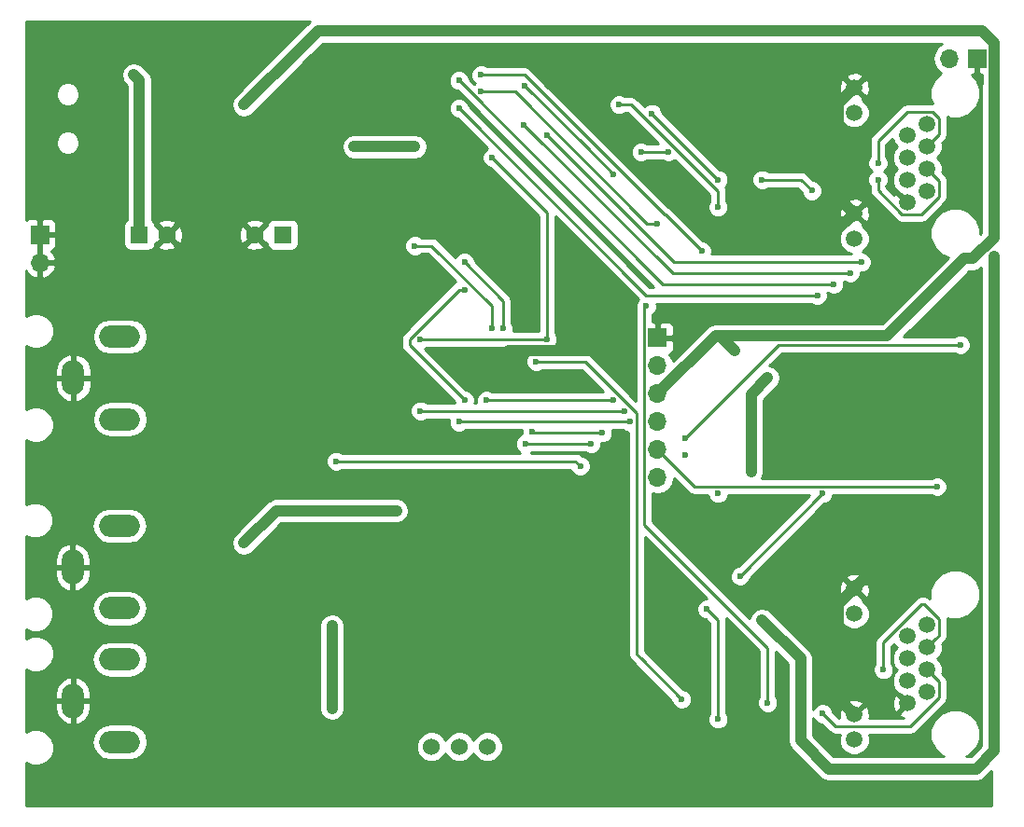
<source format=gbr>
G04 #@! TF.FileFunction,Copper,L2,Bot,Signal*
%FSLAX46Y46*%
G04 Gerber Fmt 4.6, Leading zero omitted, Abs format (unit mm)*
G04 Created by KiCad (PCBNEW 4.0.6) date Sunday, 17 September 2017 'AMt' 11:44:48*
%MOMM*%
%LPD*%
G01*
G04 APERTURE LIST*
%ADD10C,0.100000*%
%ADD11R,1.700000X1.700000*%
%ADD12O,1.700000X1.700000*%
%ADD13C,1.524000*%
%ADD14R,1.600000X1.600000*%
%ADD15C,1.600000*%
%ADD16O,3.700000X2.000000*%
%ADD17O,1.998980X3.197860*%
%ADD18C,1.501140*%
%ADD19C,0.600000*%
%ADD20C,1.000000*%
%ADD21C,0.250000*%
%ADD22C,0.254000*%
G04 APERTURE END LIST*
D10*
D11*
X162000000Y-95380000D03*
D12*
X162000000Y-97920000D03*
X162000000Y-100460000D03*
X162000000Y-103000000D03*
X162000000Y-105540000D03*
X162000000Y-108080000D03*
D13*
X144040000Y-132500000D03*
X141500000Y-132500000D03*
X146580000Y-132500000D03*
D11*
X106000000Y-86000000D03*
D12*
X106000000Y-88540000D03*
D14*
X115000000Y-86000000D03*
D15*
X117500000Y-86000000D03*
D14*
X128000000Y-86000000D03*
D15*
X125500000Y-86000000D03*
D16*
X113208600Y-119924800D03*
D17*
X108958600Y-116174800D03*
D16*
X113208600Y-112424800D03*
X113234000Y-132066000D03*
D17*
X108984000Y-128316000D03*
D16*
X113234000Y-124566000D03*
X113250000Y-102750000D03*
D17*
X109000000Y-99000000D03*
D16*
X113250000Y-95250000D03*
D11*
X191000000Y-70000000D03*
D12*
X188460000Y-70000000D03*
D18*
X186460000Y-82040000D03*
X184682000Y-83056000D03*
X186460000Y-80008000D03*
X184682000Y-81024000D03*
X186460000Y-77976000D03*
X184682000Y-78992000D03*
X186460000Y-75944000D03*
X184682000Y-76960000D03*
X179856000Y-86358000D03*
X179856000Y-84072000D03*
X179856000Y-74928000D03*
X179856000Y-72642000D03*
X186460000Y-127540000D03*
X184682000Y-128556000D03*
X186460000Y-125508000D03*
X184682000Y-126524000D03*
X186460000Y-123476000D03*
X184682000Y-124492000D03*
X186460000Y-121444000D03*
X184682000Y-122460000D03*
X179856000Y-131858000D03*
X179856000Y-129572000D03*
X179856000Y-120428000D03*
X179856000Y-118142000D03*
D19*
X192550001Y-87949999D03*
X171500000Y-121000000D03*
X114500000Y-71500000D03*
X189000000Y-104500000D03*
X164500000Y-84000000D03*
X142000000Y-116500000D03*
X148500000Y-96500000D03*
X158000000Y-95000000D03*
X122500000Y-101000000D03*
X122500000Y-105650000D03*
X133000000Y-75000000D03*
X150500000Y-85880000D03*
X125500000Y-80500000D03*
X138000000Y-80500000D03*
X128500000Y-126000000D03*
X128500000Y-117500000D03*
X189500000Y-88500000D03*
X172000000Y-99000000D03*
X170500000Y-107500000D03*
X169000000Y-96500000D03*
X124500000Y-74200000D03*
X140000000Y-78000000D03*
X134500000Y-78000000D03*
X138274989Y-111075011D03*
X124500000Y-114000000D03*
X132500000Y-121500000D03*
X132500000Y-129000000D03*
X189500000Y-96000000D03*
X164500000Y-104500000D03*
X164500000Y-106000000D03*
X167500000Y-109500000D03*
X187374999Y-108874999D03*
X150000000Y-105000000D03*
X156000000Y-105000000D03*
X132850831Y-106562049D03*
X155000000Y-107000000D03*
X140500000Y-95500000D03*
X147000000Y-79000000D03*
X152000000Y-95500000D03*
X182000000Y-81000000D03*
X182000000Y-79500000D03*
X161500000Y-75000000D03*
X167500000Y-81000000D03*
X171500000Y-81000000D03*
X176000000Y-82000000D03*
X158500000Y-74190000D03*
X167500000Y-83500000D03*
X177000000Y-129500000D03*
X182500000Y-125500000D03*
X172000000Y-128500000D03*
X166000000Y-87500000D03*
X161000000Y-92500000D03*
X146000000Y-71500000D03*
X167500000Y-130000000D03*
X166500000Y-120000000D03*
X146000000Y-73000000D03*
X162000000Y-85000000D03*
X150650000Y-103850000D03*
X157000000Y-104000000D03*
X140500000Y-102000000D03*
X159000000Y-102000000D03*
X152000000Y-77000000D03*
X180500000Y-88500000D03*
X149875000Y-76000000D03*
X179500000Y-89500000D03*
X144000000Y-72000000D03*
X178000000Y-90500000D03*
X176500000Y-91500000D03*
X144000000Y-74500000D03*
X146952785Y-94500000D03*
X140000000Y-87000000D03*
X144500000Y-101000000D03*
X144500000Y-91000000D03*
X158000000Y-80500000D03*
X149953058Y-72453058D03*
X163000000Y-78500000D03*
X160500000Y-78500000D03*
X164200000Y-128200000D03*
X151000000Y-97500000D03*
X148000000Y-94500000D03*
X144500000Y-88500000D03*
X169500000Y-117000000D03*
X177000000Y-109500000D03*
X144000000Y-103000000D03*
X159500000Y-103000000D03*
X146500000Y-101000000D03*
X158000000Y-101000000D03*
D20*
X171500000Y-121000000D02*
X175000000Y-124500000D01*
X175000000Y-124500000D02*
X175000000Y-131955891D01*
X175000000Y-131955891D02*
X177544109Y-134500000D01*
X177544109Y-134500000D02*
X190911782Y-134500000D01*
X190911782Y-134500000D02*
X192550001Y-132861781D01*
X192550001Y-132861781D02*
X192500000Y-132811780D01*
X192500000Y-132811780D02*
X192500000Y-88000000D01*
X192500000Y-88000000D02*
X192550001Y-87949999D01*
X115000000Y-86000000D02*
X115000000Y-72000000D01*
X115000000Y-72000000D02*
X114500000Y-71500000D01*
X179856000Y-118142000D02*
X180606569Y-117391431D01*
X180606569Y-117391431D02*
X181588571Y-117391431D01*
X181588571Y-117391431D02*
X189000000Y-109980002D01*
X189000000Y-109980002D02*
X189000000Y-104500000D01*
X179856000Y-118142000D02*
X178405429Y-119592571D01*
X178405429Y-119592571D02*
X178405429Y-128121429D01*
X178405429Y-128121429D02*
X179105431Y-128821431D01*
X179105431Y-128821431D02*
X179856000Y-129572000D01*
X179856000Y-84072000D02*
X179105431Y-84822569D01*
X179105431Y-84822569D02*
X165322569Y-84822569D01*
X165322569Y-84822569D02*
X164500000Y-84000000D01*
X179856000Y-72642000D02*
X178405429Y-74092571D01*
X178405429Y-74092571D02*
X178405429Y-82621429D01*
X179105431Y-83321431D02*
X179856000Y-84072000D01*
X178405429Y-82621429D02*
X179105431Y-83321431D01*
X142000000Y-116500000D02*
X129500000Y-116500000D01*
X129500000Y-116500000D02*
X128500000Y-117500000D01*
X150519999Y-96499999D02*
X148500001Y-96499999D01*
X148500001Y-96499999D02*
X148500000Y-96500000D01*
X158000000Y-95000000D02*
X156499999Y-96500001D01*
X151519999Y-96500001D02*
X151519997Y-96499999D01*
X156499999Y-96500001D02*
X151519999Y-96500001D01*
X151519997Y-96499999D02*
X150519999Y-96499999D01*
X122500000Y-101000000D02*
X122500000Y-105650000D01*
X138000000Y-80500000D02*
X133000000Y-80500000D01*
X133000000Y-80500000D02*
X125500000Y-80500000D01*
X133000000Y-75000000D02*
X133000000Y-80500000D01*
X138000000Y-80500000D02*
X145120000Y-80500000D01*
X145120000Y-80500000D02*
X150500000Y-85880000D01*
X128500000Y-117500000D02*
X128500000Y-126000000D01*
X167285010Y-95174990D02*
X182825010Y-95174990D01*
X188500000Y-89500000D02*
X189500000Y-88500000D01*
X182825010Y-95174990D02*
X188500000Y-89500000D01*
X189500000Y-88500000D02*
X189824399Y-88175601D01*
X189824399Y-88175601D02*
X190627329Y-88175601D01*
X190627329Y-88175601D02*
X192500000Y-86302930D01*
X192500000Y-86302930D02*
X192500000Y-72500000D01*
X192500000Y-72500000D02*
X192550001Y-72449999D01*
X192550001Y-72449999D02*
X192550001Y-68589999D01*
X192550001Y-68589999D02*
X191460002Y-67500000D01*
X191460002Y-67500000D02*
X131200000Y-67500000D01*
X131200000Y-67500000D02*
X129700000Y-69000000D01*
X129700000Y-69000000D02*
X124500000Y-74200000D01*
X170500000Y-107500000D02*
X170500000Y-100500000D01*
X170500000Y-100500000D02*
X172000000Y-99000000D01*
X169000000Y-96500000D02*
X167674990Y-95174990D01*
X167674990Y-95174990D02*
X167285010Y-95174990D01*
X162000000Y-100460000D02*
X167285010Y-95174990D01*
X134500000Y-78000000D02*
X140000000Y-78000000D01*
X124500000Y-114000000D02*
X127424989Y-111075011D01*
X127424989Y-111075011D02*
X138274989Y-111075011D01*
X138274989Y-111075011D02*
X138350000Y-111075011D01*
X132500000Y-129000000D02*
X132500000Y-121500000D01*
D21*
X164500000Y-104500000D02*
X173000000Y-96000000D01*
X173000000Y-96000000D02*
X189500000Y-96000000D01*
X162000000Y-105540000D02*
X165334999Y-108874999D01*
X165334999Y-108874999D02*
X187374999Y-108874999D01*
X156000000Y-105000000D02*
X150000000Y-105000000D01*
X155000000Y-107000000D02*
X154562049Y-106562049D01*
X154562049Y-106562049D02*
X132850831Y-106562049D01*
X152000000Y-95500000D02*
X140500000Y-95500000D01*
X147000000Y-79000000D02*
X152000000Y-84000000D01*
X152000000Y-84000000D02*
X152000000Y-95500000D01*
X182000000Y-81000000D02*
X182000000Y-81965846D01*
X184165725Y-84131571D02*
X185960275Y-84131571D01*
X182000000Y-81965846D02*
X184165725Y-84131571D01*
X187535571Y-81083571D02*
X187210569Y-80758569D01*
X185960275Y-84131571D02*
X187535571Y-82556275D01*
X187535571Y-82556275D02*
X187535571Y-81083571D01*
X187210569Y-80758569D02*
X186460000Y-80008000D01*
X182000000Y-79500000D02*
X182000000Y-77500000D01*
X182000000Y-77500000D02*
X184631571Y-74868429D01*
X184631571Y-74868429D02*
X186976275Y-74868429D01*
X186976275Y-74868429D02*
X187535571Y-75427725D01*
X187535571Y-75427725D02*
X187535571Y-76900429D01*
X187535571Y-76900429D02*
X187210569Y-77225431D01*
X187210569Y-77225431D02*
X186460000Y-77976000D01*
X167500000Y-81000000D02*
X161500000Y-75000000D01*
X171500000Y-81000000D02*
X175000000Y-81000000D01*
X175000000Y-81000000D02*
X176000000Y-82000000D01*
X167500000Y-83500000D02*
X167500000Y-82074998D01*
X167500000Y-82074998D02*
X159615002Y-74190000D01*
X159615002Y-74190000D02*
X158500000Y-74190000D01*
X177000000Y-129500000D02*
X178147571Y-130647571D01*
X178147571Y-130647571D02*
X184944275Y-130647571D01*
X184944275Y-130647571D02*
X187535571Y-128056275D01*
X187535571Y-128056275D02*
X187535571Y-126583571D01*
X187535571Y-126583571D02*
X187210569Y-126258569D01*
X187210569Y-126258569D02*
X186460000Y-125508000D01*
X182500000Y-125500000D02*
X182500000Y-123050154D01*
X182500000Y-123050154D02*
X185963865Y-119586289D01*
X186194135Y-119586289D02*
X187535571Y-120927725D01*
X185963865Y-119586289D02*
X186194135Y-119586289D01*
X187535571Y-120927725D02*
X187535571Y-122400429D01*
X187535571Y-122400429D02*
X187210569Y-122725431D01*
X187210569Y-122725431D02*
X186460000Y-123476000D01*
X172000000Y-123500000D02*
X172000000Y-128500000D01*
X166000000Y-87500000D02*
X162699999Y-84199999D01*
X162699999Y-84199999D02*
X162625001Y-84199999D01*
X160824999Y-92824999D02*
X160824999Y-92675001D01*
X160824999Y-92675001D02*
X161000000Y-92500000D01*
X160824999Y-112324999D02*
X172000000Y-123500000D01*
X160824999Y-92824999D02*
X160824999Y-112324999D01*
X146000000Y-71500000D02*
X149925002Y-71500000D01*
X149925002Y-71500000D02*
X162625001Y-84199999D01*
X166500000Y-120000000D02*
X167500000Y-121000000D01*
X167500000Y-121000000D02*
X167500000Y-130000000D01*
X162000000Y-85000000D02*
X161074998Y-85000000D01*
X161074998Y-85000000D02*
X149074998Y-73000000D01*
X149074998Y-73000000D02*
X146000000Y-73000000D01*
X157000000Y-104000000D02*
X150800000Y-104000000D01*
X150800000Y-104000000D02*
X150650000Y-103850000D01*
X159000000Y-102000000D02*
X140500000Y-102000000D01*
X180500000Y-88500000D02*
X163500000Y-88500000D01*
X153000000Y-78000000D02*
X152000000Y-77000000D01*
X163500000Y-88500000D02*
X153000000Y-78000000D01*
X163500000Y-89500000D02*
X163375000Y-89500000D01*
X163375000Y-89500000D02*
X149875000Y-76000000D01*
X179500000Y-89500000D02*
X163500000Y-89500000D01*
X162500000Y-90500000D02*
X144000000Y-72000000D01*
X178000000Y-90500000D02*
X162500000Y-90500000D01*
X144000000Y-74500000D02*
X161000000Y-91500000D01*
X161000000Y-91500000D02*
X176500000Y-91500000D01*
X147000000Y-92500000D02*
X146952785Y-92547215D01*
X146952785Y-92547215D02*
X146952785Y-94500000D01*
X141500000Y-87000000D02*
X147000000Y-92500000D01*
X140000000Y-87000000D02*
X141500000Y-87000000D01*
X144000000Y-91000000D02*
X139500000Y-95500000D01*
X144500000Y-101000000D02*
X139500000Y-96000000D01*
X139500000Y-96000000D02*
X139500000Y-95500000D01*
X144500000Y-91000000D02*
X144000000Y-91000000D01*
X155500000Y-78000000D02*
X158000000Y-80500000D01*
X149953058Y-72453058D02*
X155500000Y-78000000D01*
X160500000Y-78500000D02*
X163000000Y-78500000D01*
X160500000Y-124500000D02*
X164200000Y-128200000D01*
X148000000Y-94500000D02*
X148000000Y-92000000D01*
X148000000Y-92000000D02*
X144500000Y-88500000D01*
X151000000Y-97500000D02*
X155425002Y-97500000D01*
X155425002Y-97500000D02*
X160125001Y-102199999D01*
X160125001Y-102199999D02*
X160125001Y-124125001D01*
X160125001Y-124125001D02*
X160500000Y-124500000D01*
X177000000Y-109500000D02*
X169500000Y-117000000D01*
X159500000Y-103000000D02*
X144000000Y-103000000D01*
X158000000Y-101000000D02*
X146500000Y-101000000D01*
D22*
G36*
X130397434Y-66697434D02*
X128897437Y-68197431D01*
X128897434Y-68197433D01*
X123697434Y-73397434D01*
X123451397Y-73765655D01*
X123365000Y-74200000D01*
X123451397Y-74634345D01*
X123697434Y-75002566D01*
X124065655Y-75248603D01*
X124500000Y-75335000D01*
X124934345Y-75248603D01*
X125302566Y-75002566D01*
X130502567Y-69802566D01*
X130502569Y-69802563D01*
X131670132Y-68635000D01*
X187837756Y-68635000D01*
X187409946Y-68920853D01*
X187088039Y-69402622D01*
X186975000Y-69970907D01*
X186975000Y-70029093D01*
X187088039Y-70597378D01*
X187409946Y-71079147D01*
X187688355Y-71265173D01*
X187084674Y-71867801D01*
X186739793Y-72698366D01*
X186739008Y-73597688D01*
X186950042Y-74108429D01*
X184631571Y-74108429D01*
X184340731Y-74166281D01*
X184094170Y-74331028D01*
X181462599Y-76962599D01*
X181297852Y-77209161D01*
X181240000Y-77500000D01*
X181240000Y-78937537D01*
X181207808Y-78969673D01*
X181065162Y-79313201D01*
X181064838Y-79685167D01*
X181206883Y-80028943D01*
X181427709Y-80250155D01*
X181207808Y-80469673D01*
X181065162Y-80813201D01*
X181064838Y-81185167D01*
X181206883Y-81528943D01*
X181240000Y-81562118D01*
X181240000Y-81965846D01*
X181297852Y-82256685D01*
X181462599Y-82503247D01*
X183628324Y-84668972D01*
X183874886Y-84833719D01*
X184165725Y-84891571D01*
X185960275Y-84891571D01*
X186251114Y-84833719D01*
X186497676Y-84668972D01*
X188072972Y-83093676D01*
X188237719Y-82847114D01*
X188295571Y-82556275D01*
X188295571Y-81083571D01*
X188291845Y-81064838D01*
X188237719Y-80792731D01*
X188072972Y-80546170D01*
X187835438Y-80308636D01*
X187845329Y-80284816D01*
X187845810Y-79733602D01*
X187635314Y-79224163D01*
X187403493Y-78991937D01*
X187633944Y-78761887D01*
X187845329Y-78252816D01*
X187845810Y-77701602D01*
X187835106Y-77675696D01*
X188072972Y-77437830D01*
X188237719Y-77191269D01*
X188295571Y-76900429D01*
X188295571Y-75427725D01*
X188269013Y-75294209D01*
X188548366Y-75410207D01*
X189447688Y-75410992D01*
X190278854Y-75067561D01*
X190915326Y-74432199D01*
X191260207Y-73601634D01*
X191260992Y-72702312D01*
X190917561Y-71871146D01*
X190532088Y-71485000D01*
X190714250Y-71485000D01*
X190873000Y-71326250D01*
X190873000Y-70127000D01*
X190853000Y-70127000D01*
X190853000Y-69873000D01*
X190873000Y-69873000D01*
X190873000Y-69853000D01*
X191127000Y-69853000D01*
X191127000Y-69873000D01*
X191147000Y-69873000D01*
X191147000Y-70127000D01*
X191127000Y-70127000D01*
X191127000Y-71326250D01*
X191285750Y-71485000D01*
X191415001Y-71485000D01*
X191415001Y-72248629D01*
X191365000Y-72500000D01*
X191365000Y-85832798D01*
X191260525Y-85937273D01*
X191260992Y-85402312D01*
X190917561Y-84571146D01*
X190282199Y-83934674D01*
X189451634Y-83589793D01*
X188552312Y-83589008D01*
X187721146Y-83932439D01*
X187084674Y-84567801D01*
X186739793Y-85398366D01*
X186739008Y-86297688D01*
X187082439Y-87128854D01*
X187717801Y-87765326D01*
X188362033Y-88032835D01*
X182354878Y-94039990D01*
X167285010Y-94039990D01*
X166850664Y-94126387D01*
X166568635Y-94314833D01*
X166482444Y-94372424D01*
X163417993Y-97436875D01*
X163401054Y-97351715D01*
X163079147Y-96869946D01*
X163035223Y-96840597D01*
X163209698Y-96768327D01*
X163388327Y-96589699D01*
X163485000Y-96356310D01*
X163485000Y-95665750D01*
X163326250Y-95507000D01*
X162127000Y-95507000D01*
X162127000Y-95527000D01*
X161873000Y-95527000D01*
X161873000Y-95507000D01*
X161853000Y-95507000D01*
X161853000Y-95253000D01*
X161873000Y-95253000D01*
X161873000Y-94053750D01*
X162127000Y-94053750D01*
X162127000Y-95253000D01*
X163326250Y-95253000D01*
X163485000Y-95094250D01*
X163485000Y-94403690D01*
X163388327Y-94170301D01*
X163209698Y-93991673D01*
X162976309Y-93895000D01*
X162285750Y-93895000D01*
X162127000Y-94053750D01*
X161873000Y-94053750D01*
X161714250Y-93895000D01*
X161584999Y-93895000D01*
X161584999Y-93237159D01*
X161792192Y-93030327D01*
X161934838Y-92686799D01*
X161935162Y-92314833D01*
X161912506Y-92260000D01*
X175937537Y-92260000D01*
X175969673Y-92292192D01*
X176313201Y-92434838D01*
X176685167Y-92435162D01*
X177028943Y-92293117D01*
X177292192Y-92030327D01*
X177434838Y-91686799D01*
X177435162Y-91314833D01*
X177412506Y-91260000D01*
X177437537Y-91260000D01*
X177469673Y-91292192D01*
X177813201Y-91434838D01*
X178185167Y-91435162D01*
X178528943Y-91293117D01*
X178792192Y-91030327D01*
X178934838Y-90686799D01*
X178935162Y-90314833D01*
X178912506Y-90260000D01*
X178937537Y-90260000D01*
X178969673Y-90292192D01*
X179313201Y-90434838D01*
X179685167Y-90435162D01*
X180028943Y-90293117D01*
X180292192Y-90030327D01*
X180434838Y-89686799D01*
X180435057Y-89434944D01*
X180685167Y-89435162D01*
X181028943Y-89293117D01*
X181292192Y-89030327D01*
X181434838Y-88686799D01*
X181435162Y-88314833D01*
X181293117Y-87971057D01*
X181030327Y-87707808D01*
X180686799Y-87565162D01*
X180563020Y-87565054D01*
X180639837Y-87533314D01*
X181029944Y-87143887D01*
X181241329Y-86634816D01*
X181241810Y-86083602D01*
X181031314Y-85574163D01*
X180641887Y-85184056D01*
X180612230Y-85171741D01*
X180648325Y-85043930D01*
X179856000Y-84251605D01*
X179063675Y-85043930D01*
X179099653Y-85171327D01*
X179072163Y-85182686D01*
X178682056Y-85572113D01*
X178470671Y-86081184D01*
X178470190Y-86632398D01*
X178680686Y-87141837D01*
X179070113Y-87531944D01*
X179571167Y-87740000D01*
X166912747Y-87740000D01*
X166934838Y-87686799D01*
X166935162Y-87314833D01*
X166793117Y-86971057D01*
X166530327Y-86707808D01*
X166186799Y-86565162D01*
X166139923Y-86565121D01*
X163237400Y-83662598D01*
X163011382Y-83511578D01*
X153874971Y-74375167D01*
X157564838Y-74375167D01*
X157706883Y-74718943D01*
X157969673Y-74982192D01*
X158313201Y-75124838D01*
X158685167Y-75125162D01*
X159028943Y-74983117D01*
X159062118Y-74950000D01*
X159300200Y-74950000D01*
X162090200Y-77740000D01*
X161062463Y-77740000D01*
X161030327Y-77707808D01*
X160686799Y-77565162D01*
X160314833Y-77564838D01*
X159971057Y-77706883D01*
X159707808Y-77969673D01*
X159565162Y-78313201D01*
X159564838Y-78685167D01*
X159706883Y-79028943D01*
X159969673Y-79292192D01*
X160313201Y-79434838D01*
X160685167Y-79435162D01*
X161028943Y-79293117D01*
X161062118Y-79260000D01*
X162437537Y-79260000D01*
X162469673Y-79292192D01*
X162813201Y-79434838D01*
X163185167Y-79435162D01*
X163528943Y-79293117D01*
X163586180Y-79235980D01*
X166740000Y-82389800D01*
X166740000Y-82937537D01*
X166707808Y-82969673D01*
X166565162Y-83313201D01*
X166564838Y-83685167D01*
X166706883Y-84028943D01*
X166969673Y-84292192D01*
X167313201Y-84434838D01*
X167685167Y-84435162D01*
X168028943Y-84293117D01*
X168292192Y-84030327D01*
X168359997Y-83867034D01*
X178458233Y-83867034D01*
X178486195Y-84417538D01*
X178643069Y-84796265D01*
X178884070Y-84864325D01*
X179676395Y-84072000D01*
X180035605Y-84072000D01*
X180827930Y-84864325D01*
X181068931Y-84796265D01*
X181253767Y-84276966D01*
X181225805Y-83726462D01*
X181068931Y-83347735D01*
X180827930Y-83279675D01*
X180035605Y-84072000D01*
X179676395Y-84072000D01*
X178884070Y-83279675D01*
X178643069Y-83347735D01*
X178458233Y-83867034D01*
X168359997Y-83867034D01*
X168434838Y-83686799D01*
X168435162Y-83314833D01*
X168346424Y-83100070D01*
X179063675Y-83100070D01*
X179856000Y-83892395D01*
X180648325Y-83100070D01*
X180580265Y-82859069D01*
X180060966Y-82674233D01*
X179510462Y-82702195D01*
X179131735Y-82859069D01*
X179063675Y-83100070D01*
X168346424Y-83100070D01*
X168293117Y-82971057D01*
X168260000Y-82937882D01*
X168260000Y-82074998D01*
X168202148Y-81784159D01*
X168136435Y-81685812D01*
X168292192Y-81530327D01*
X168434838Y-81186799D01*
X168434839Y-81185167D01*
X170564838Y-81185167D01*
X170706883Y-81528943D01*
X170969673Y-81792192D01*
X171313201Y-81934838D01*
X171685167Y-81935162D01*
X172028943Y-81793117D01*
X172062118Y-81760000D01*
X174685198Y-81760000D01*
X175064878Y-82139680D01*
X175064838Y-82185167D01*
X175206883Y-82528943D01*
X175469673Y-82792192D01*
X175813201Y-82934838D01*
X176185167Y-82935162D01*
X176528943Y-82793117D01*
X176792192Y-82530327D01*
X176934838Y-82186799D01*
X176935162Y-81814833D01*
X176793117Y-81471057D01*
X176530327Y-81207808D01*
X176186799Y-81065162D01*
X176139923Y-81065121D01*
X175537401Y-80462599D01*
X175290839Y-80297852D01*
X175000000Y-80240000D01*
X172062463Y-80240000D01*
X172030327Y-80207808D01*
X171686799Y-80065162D01*
X171314833Y-80064838D01*
X170971057Y-80206883D01*
X170707808Y-80469673D01*
X170565162Y-80813201D01*
X170564838Y-81185167D01*
X168434839Y-81185167D01*
X168435162Y-80814833D01*
X168293117Y-80471057D01*
X168030327Y-80207808D01*
X167686799Y-80065162D01*
X167639923Y-80065121D01*
X162777200Y-75202398D01*
X178470190Y-75202398D01*
X178680686Y-75711837D01*
X179070113Y-76101944D01*
X179579184Y-76313329D01*
X180130398Y-76313810D01*
X180639837Y-76103314D01*
X181029944Y-75713887D01*
X181241329Y-75204816D01*
X181241810Y-74653602D01*
X181031314Y-74144163D01*
X180641887Y-73754056D01*
X180612230Y-73741741D01*
X180648325Y-73613930D01*
X179856000Y-72821605D01*
X179063675Y-73613930D01*
X179099653Y-73741327D01*
X179072163Y-73752686D01*
X178682056Y-74142113D01*
X178470671Y-74651184D01*
X178470190Y-75202398D01*
X162777200Y-75202398D01*
X162435122Y-74860320D01*
X162435162Y-74814833D01*
X162293117Y-74471057D01*
X162030327Y-74207808D01*
X161686799Y-74065162D01*
X161314833Y-74064838D01*
X160971057Y-74206883D01*
X160838757Y-74338953D01*
X160152403Y-73652599D01*
X159905841Y-73487852D01*
X159615002Y-73430000D01*
X159062463Y-73430000D01*
X159030327Y-73397808D01*
X158686799Y-73255162D01*
X158314833Y-73254838D01*
X157971057Y-73396883D01*
X157707808Y-73659673D01*
X157565162Y-74003201D01*
X157564838Y-74375167D01*
X153874971Y-74375167D01*
X151936838Y-72437034D01*
X178458233Y-72437034D01*
X178486195Y-72987538D01*
X178643069Y-73366265D01*
X178884070Y-73434325D01*
X179676395Y-72642000D01*
X180035605Y-72642000D01*
X180827930Y-73434325D01*
X181068931Y-73366265D01*
X181253767Y-72846966D01*
X181225805Y-72296462D01*
X181068931Y-71917735D01*
X180827930Y-71849675D01*
X180035605Y-72642000D01*
X179676395Y-72642000D01*
X178884070Y-71849675D01*
X178643069Y-71917735D01*
X178458233Y-72437034D01*
X151936838Y-72437034D01*
X151169874Y-71670070D01*
X179063675Y-71670070D01*
X179856000Y-72462395D01*
X180648325Y-71670070D01*
X180580265Y-71429069D01*
X180060966Y-71244233D01*
X179510462Y-71272195D01*
X179131735Y-71429069D01*
X179063675Y-71670070D01*
X151169874Y-71670070D01*
X150462403Y-70962599D01*
X150215841Y-70797852D01*
X149925002Y-70740000D01*
X146562463Y-70740000D01*
X146530327Y-70707808D01*
X146186799Y-70565162D01*
X145814833Y-70564838D01*
X145471057Y-70706883D01*
X145207808Y-70969673D01*
X145065162Y-71313201D01*
X145064838Y-71685167D01*
X145206883Y-72028943D01*
X145427709Y-72250155D01*
X145376288Y-72301486D01*
X144935122Y-71860320D01*
X144935162Y-71814833D01*
X144793117Y-71471057D01*
X144530327Y-71207808D01*
X144186799Y-71065162D01*
X143814833Y-71064838D01*
X143471057Y-71206883D01*
X143207808Y-71469673D01*
X143065162Y-71813201D01*
X143064838Y-72185167D01*
X143206883Y-72528943D01*
X143469673Y-72792192D01*
X143813201Y-72934838D01*
X143860077Y-72934879D01*
X161665198Y-90740000D01*
X161314802Y-90740000D01*
X144935122Y-74360320D01*
X144935162Y-74314833D01*
X144793117Y-73971057D01*
X144530327Y-73707808D01*
X144186799Y-73565162D01*
X143814833Y-73564838D01*
X143471057Y-73706883D01*
X143207808Y-73969673D01*
X143065162Y-74313201D01*
X143064838Y-74685167D01*
X143206883Y-75028943D01*
X143469673Y-75292192D01*
X143813201Y-75434838D01*
X143860077Y-75434879D01*
X146585001Y-78159803D01*
X146471057Y-78206883D01*
X146207808Y-78469673D01*
X146065162Y-78813201D01*
X146064838Y-79185167D01*
X146206883Y-79528943D01*
X146469673Y-79792192D01*
X146813201Y-79934838D01*
X146860077Y-79934879D01*
X151240000Y-84314802D01*
X151240000Y-94740000D01*
X148912747Y-94740000D01*
X148934838Y-94686799D01*
X148935162Y-94314833D01*
X148793117Y-93971057D01*
X148760000Y-93937882D01*
X148760000Y-92000000D01*
X148702148Y-91709161D01*
X148702148Y-91709160D01*
X148537401Y-91462599D01*
X145435122Y-88360320D01*
X145435162Y-88314833D01*
X145293117Y-87971057D01*
X145030327Y-87707808D01*
X144686799Y-87565162D01*
X144314833Y-87564838D01*
X143971057Y-87706883D01*
X143707808Y-87969673D01*
X143659885Y-88085083D01*
X142037401Y-86462599D01*
X141790839Y-86297852D01*
X141500000Y-86240000D01*
X140562463Y-86240000D01*
X140530327Y-86207808D01*
X140186799Y-86065162D01*
X139814833Y-86064838D01*
X139471057Y-86206883D01*
X139207808Y-86469673D01*
X139065162Y-86813201D01*
X139064838Y-87185167D01*
X139206883Y-87528943D01*
X139469673Y-87792192D01*
X139813201Y-87934838D01*
X140185167Y-87935162D01*
X140528943Y-87793117D01*
X140562118Y-87760000D01*
X141185198Y-87760000D01*
X143720746Y-90295548D01*
X143709161Y-90297852D01*
X143462599Y-90462599D01*
X138962599Y-94962599D01*
X138797852Y-95209161D01*
X138740000Y-95500000D01*
X138740000Y-96000000D01*
X138797852Y-96290839D01*
X138962599Y-96537401D01*
X143564878Y-101139680D01*
X143564838Y-101185167D01*
X143587494Y-101240000D01*
X141062463Y-101240000D01*
X141030327Y-101207808D01*
X140686799Y-101065162D01*
X140314833Y-101064838D01*
X139971057Y-101206883D01*
X139707808Y-101469673D01*
X139565162Y-101813201D01*
X139564838Y-102185167D01*
X139706883Y-102528943D01*
X139969673Y-102792192D01*
X140313201Y-102934838D01*
X140685167Y-102935162D01*
X141028943Y-102793117D01*
X141062118Y-102760000D01*
X143087253Y-102760000D01*
X143065162Y-102813201D01*
X143064838Y-103185167D01*
X143206883Y-103528943D01*
X143469673Y-103792192D01*
X143813201Y-103934838D01*
X144185167Y-103935162D01*
X144528943Y-103793117D01*
X144562118Y-103760000D01*
X149715078Y-103760000D01*
X149714838Y-104035167D01*
X149739892Y-104095803D01*
X149471057Y-104206883D01*
X149207808Y-104469673D01*
X149065162Y-104813201D01*
X149064838Y-105185167D01*
X149206883Y-105528943D01*
X149469673Y-105792192D01*
X149493411Y-105802049D01*
X133413294Y-105802049D01*
X133381158Y-105769857D01*
X133037630Y-105627211D01*
X132665664Y-105626887D01*
X132321888Y-105768932D01*
X132058639Y-106031722D01*
X131915993Y-106375250D01*
X131915669Y-106747216D01*
X132057714Y-107090992D01*
X132320504Y-107354241D01*
X132664032Y-107496887D01*
X133035998Y-107497211D01*
X133379774Y-107355166D01*
X133412949Y-107322049D01*
X154121396Y-107322049D01*
X154206883Y-107528943D01*
X154469673Y-107792192D01*
X154813201Y-107934838D01*
X155185167Y-107935162D01*
X155528943Y-107793117D01*
X155792192Y-107530327D01*
X155934838Y-107186799D01*
X155935162Y-106814833D01*
X155793117Y-106471057D01*
X155530327Y-106207808D01*
X155186799Y-106065162D01*
X155139923Y-106065121D01*
X155099450Y-106024648D01*
X154852888Y-105859901D01*
X154562049Y-105802049D01*
X150507326Y-105802049D01*
X150528943Y-105793117D01*
X150562118Y-105760000D01*
X155437537Y-105760000D01*
X155469673Y-105792192D01*
X155813201Y-105934838D01*
X156185167Y-105935162D01*
X156528943Y-105793117D01*
X156792192Y-105530327D01*
X156934838Y-105186799D01*
X156935057Y-104934944D01*
X157185167Y-104935162D01*
X157528943Y-104793117D01*
X157792192Y-104530327D01*
X157934838Y-104186799D01*
X157935162Y-103814833D01*
X157912506Y-103760000D01*
X158937537Y-103760000D01*
X158969673Y-103792192D01*
X159313201Y-103934838D01*
X159365001Y-103934883D01*
X159365001Y-124125001D01*
X159422853Y-124415840D01*
X159587600Y-124662402D01*
X163264878Y-128339680D01*
X163264838Y-128385167D01*
X163406883Y-128728943D01*
X163669673Y-128992192D01*
X164013201Y-129134838D01*
X164385167Y-129135162D01*
X164728943Y-128993117D01*
X164992192Y-128730327D01*
X165134838Y-128386799D01*
X165135162Y-128014833D01*
X164993117Y-127671057D01*
X164730327Y-127407808D01*
X164386799Y-127265162D01*
X164339923Y-127265121D01*
X160885001Y-123810199D01*
X160885001Y-113459803D01*
X166490189Y-119064991D01*
X166314833Y-119064838D01*
X165971057Y-119206883D01*
X165707808Y-119469673D01*
X165565162Y-119813201D01*
X165564838Y-120185167D01*
X165706883Y-120528943D01*
X165969673Y-120792192D01*
X166313201Y-120934838D01*
X166360077Y-120934879D01*
X166740000Y-121314802D01*
X166740000Y-129437537D01*
X166707808Y-129469673D01*
X166565162Y-129813201D01*
X166564838Y-130185167D01*
X166706883Y-130528943D01*
X166969673Y-130792192D01*
X167313201Y-130934838D01*
X167685167Y-130935162D01*
X168028943Y-130793117D01*
X168292192Y-130530327D01*
X168434838Y-130186799D01*
X168435162Y-129814833D01*
X168293117Y-129471057D01*
X168260000Y-129437882D01*
X168260000Y-121000000D01*
X168218980Y-120793782D01*
X171240000Y-123814802D01*
X171240000Y-127937537D01*
X171207808Y-127969673D01*
X171065162Y-128313201D01*
X171064838Y-128685167D01*
X171206883Y-129028943D01*
X171469673Y-129292192D01*
X171813201Y-129434838D01*
X172185167Y-129435162D01*
X172528943Y-129293117D01*
X172792192Y-129030327D01*
X172934838Y-128686799D01*
X172935162Y-128314833D01*
X172793117Y-127971057D01*
X172760000Y-127937882D01*
X172760000Y-123865133D01*
X173865000Y-124970133D01*
X173865000Y-131955891D01*
X173951397Y-132390237D01*
X173976253Y-132427436D01*
X174197434Y-132758457D01*
X176741542Y-135302566D01*
X177109763Y-135548603D01*
X177544109Y-135635000D01*
X190911782Y-135635000D01*
X191346128Y-135548603D01*
X191714348Y-135302566D01*
X192290000Y-134726914D01*
X192290000Y-137873000D01*
X104710000Y-137873000D01*
X104710000Y-133963055D01*
X105282352Y-134200716D01*
X105932795Y-134201284D01*
X106533943Y-133952894D01*
X106994278Y-133493363D01*
X107243716Y-132892648D01*
X107244284Y-132242205D01*
X107171478Y-132066000D01*
X110700316Y-132066000D01*
X110824773Y-132691687D01*
X111179196Y-133222120D01*
X111709629Y-133576543D01*
X112335316Y-133701000D01*
X114132684Y-133701000D01*
X114758371Y-133576543D01*
X115288804Y-133222120D01*
X115586449Y-132776661D01*
X140102758Y-132776661D01*
X140314990Y-133290303D01*
X140707630Y-133683629D01*
X141220900Y-133896757D01*
X141776661Y-133897242D01*
X142290303Y-133685010D01*
X142683629Y-133292370D01*
X142769949Y-133084488D01*
X142854990Y-133290303D01*
X143247630Y-133683629D01*
X143760900Y-133896757D01*
X144316661Y-133897242D01*
X144830303Y-133685010D01*
X145223629Y-133292370D01*
X145309949Y-133084488D01*
X145394990Y-133290303D01*
X145787630Y-133683629D01*
X146300900Y-133896757D01*
X146856661Y-133897242D01*
X147370303Y-133685010D01*
X147763629Y-133292370D01*
X147976757Y-132779100D01*
X147977242Y-132223339D01*
X147765010Y-131709697D01*
X147372370Y-131316371D01*
X146859100Y-131103243D01*
X146303339Y-131102758D01*
X145789697Y-131314990D01*
X145396371Y-131707630D01*
X145310051Y-131915512D01*
X145225010Y-131709697D01*
X144832370Y-131316371D01*
X144319100Y-131103243D01*
X143763339Y-131102758D01*
X143249697Y-131314990D01*
X142856371Y-131707630D01*
X142770051Y-131915512D01*
X142685010Y-131709697D01*
X142292370Y-131316371D01*
X141779100Y-131103243D01*
X141223339Y-131102758D01*
X140709697Y-131314990D01*
X140316371Y-131707630D01*
X140103243Y-132220900D01*
X140102758Y-132776661D01*
X115586449Y-132776661D01*
X115643227Y-132691687D01*
X115767684Y-132066000D01*
X115643227Y-131440313D01*
X115288804Y-130909880D01*
X114758371Y-130555457D01*
X114132684Y-130431000D01*
X112335316Y-130431000D01*
X111709629Y-130555457D01*
X111179196Y-130909880D01*
X110824773Y-131440313D01*
X110700316Y-132066000D01*
X107171478Y-132066000D01*
X106995894Y-131641057D01*
X106536363Y-131180722D01*
X105935648Y-130931284D01*
X105285205Y-130930716D01*
X104710000Y-131168387D01*
X104710000Y-128443000D01*
X107349510Y-128443000D01*
X107349510Y-129042440D01*
X107522529Y-129658265D01*
X107918044Y-130161002D01*
X108475841Y-130474113D01*
X108603646Y-130505059D01*
X108857000Y-130385705D01*
X108857000Y-128443000D01*
X109111000Y-128443000D01*
X109111000Y-130385705D01*
X109364354Y-130505059D01*
X109492159Y-130474113D01*
X110049956Y-130161002D01*
X110445471Y-129658265D01*
X110618490Y-129042440D01*
X110618490Y-128443000D01*
X109111000Y-128443000D01*
X108857000Y-128443000D01*
X107349510Y-128443000D01*
X104710000Y-128443000D01*
X104710000Y-127589560D01*
X107349510Y-127589560D01*
X107349510Y-128189000D01*
X108857000Y-128189000D01*
X108857000Y-126246295D01*
X109111000Y-126246295D01*
X109111000Y-128189000D01*
X110618490Y-128189000D01*
X110618490Y-127589560D01*
X110445471Y-126973735D01*
X110049956Y-126470998D01*
X109492159Y-126157887D01*
X109364354Y-126126941D01*
X109111000Y-126246295D01*
X108857000Y-126246295D01*
X108603646Y-126126941D01*
X108475841Y-126157887D01*
X107918044Y-126470998D01*
X107522529Y-126973735D01*
X107349510Y-127589560D01*
X104710000Y-127589560D01*
X104710000Y-125463055D01*
X105282352Y-125700716D01*
X105932795Y-125701284D01*
X106533943Y-125452894D01*
X106994278Y-124993363D01*
X107171734Y-124566000D01*
X110700316Y-124566000D01*
X110824773Y-125191687D01*
X111179196Y-125722120D01*
X111709629Y-126076543D01*
X112335316Y-126201000D01*
X114132684Y-126201000D01*
X114758371Y-126076543D01*
X115288804Y-125722120D01*
X115643227Y-125191687D01*
X115767684Y-124566000D01*
X115643227Y-123940313D01*
X115288804Y-123409880D01*
X114758371Y-123055457D01*
X114132684Y-122931000D01*
X112335316Y-122931000D01*
X111709629Y-123055457D01*
X111179196Y-123409880D01*
X110824773Y-123940313D01*
X110700316Y-124566000D01*
X107171734Y-124566000D01*
X107243716Y-124392648D01*
X107244284Y-123742205D01*
X106995894Y-123141057D01*
X106536363Y-122680722D01*
X105935648Y-122431284D01*
X105285205Y-122430716D01*
X104710000Y-122668387D01*
X104710000Y-121832402D01*
X105256952Y-122059516D01*
X105907395Y-122060084D01*
X106508543Y-121811694D01*
X106968878Y-121352163D01*
X107218316Y-120751448D01*
X107218884Y-120101005D01*
X107146078Y-119924800D01*
X110674916Y-119924800D01*
X110799373Y-120550487D01*
X111153796Y-121080920D01*
X111684229Y-121435343D01*
X112309916Y-121559800D01*
X114107284Y-121559800D01*
X114407918Y-121500000D01*
X131365000Y-121500000D01*
X131365000Y-129000000D01*
X131451397Y-129434346D01*
X131697434Y-129802566D01*
X132065654Y-130048603D01*
X132500000Y-130135000D01*
X132934346Y-130048603D01*
X133302566Y-129802566D01*
X133548603Y-129434346D01*
X133635000Y-129000000D01*
X133635000Y-121500000D01*
X133548603Y-121065654D01*
X133302566Y-120697434D01*
X132934346Y-120451397D01*
X132500000Y-120365000D01*
X132065654Y-120451397D01*
X131697434Y-120697434D01*
X131451397Y-121065654D01*
X131365000Y-121500000D01*
X114407918Y-121500000D01*
X114732971Y-121435343D01*
X115263404Y-121080920D01*
X115617827Y-120550487D01*
X115742284Y-119924800D01*
X115617827Y-119299113D01*
X115263404Y-118768680D01*
X114732971Y-118414257D01*
X114107284Y-118289800D01*
X112309916Y-118289800D01*
X111684229Y-118414257D01*
X111153796Y-118768680D01*
X110799373Y-119299113D01*
X110674916Y-119924800D01*
X107146078Y-119924800D01*
X106970494Y-119499857D01*
X106510963Y-119039522D01*
X105910248Y-118790084D01*
X105259805Y-118789516D01*
X104710000Y-119016691D01*
X104710000Y-116301800D01*
X107324110Y-116301800D01*
X107324110Y-116901240D01*
X107497129Y-117517065D01*
X107892644Y-118019802D01*
X108450441Y-118332913D01*
X108578246Y-118363859D01*
X108831600Y-118244505D01*
X108831600Y-116301800D01*
X109085600Y-116301800D01*
X109085600Y-118244505D01*
X109338954Y-118363859D01*
X109466759Y-118332913D01*
X110024556Y-118019802D01*
X110420071Y-117517065D01*
X110593090Y-116901240D01*
X110593090Y-116301800D01*
X109085600Y-116301800D01*
X108831600Y-116301800D01*
X107324110Y-116301800D01*
X104710000Y-116301800D01*
X104710000Y-115448360D01*
X107324110Y-115448360D01*
X107324110Y-116047800D01*
X108831600Y-116047800D01*
X108831600Y-114105095D01*
X109085600Y-114105095D01*
X109085600Y-116047800D01*
X110593090Y-116047800D01*
X110593090Y-115448360D01*
X110420071Y-114832535D01*
X110024556Y-114329798D01*
X109466759Y-114016687D01*
X109338954Y-113985741D01*
X109085600Y-114105095D01*
X108831600Y-114105095D01*
X108578246Y-113985741D01*
X108450441Y-114016687D01*
X107892644Y-114329798D01*
X107497129Y-114832535D01*
X107324110Y-115448360D01*
X104710000Y-115448360D01*
X104710000Y-113332402D01*
X105256952Y-113559516D01*
X105907395Y-113560084D01*
X106508543Y-113311694D01*
X106968878Y-112852163D01*
X107146334Y-112424800D01*
X110674916Y-112424800D01*
X110799373Y-113050487D01*
X111153796Y-113580920D01*
X111684229Y-113935343D01*
X112309916Y-114059800D01*
X114107284Y-114059800D01*
X114407918Y-114000000D01*
X123365000Y-114000000D01*
X123451397Y-114434345D01*
X123697434Y-114802566D01*
X124065655Y-115048603D01*
X124500000Y-115135000D01*
X124934345Y-115048603D01*
X125302566Y-114802566D01*
X127895121Y-112210011D01*
X138350000Y-112210011D01*
X138784346Y-112123614D01*
X139152566Y-111877577D01*
X139398603Y-111509357D01*
X139485000Y-111075011D01*
X139398603Y-110640665D01*
X139152566Y-110272445D01*
X138784346Y-110026408D01*
X138350000Y-109940011D01*
X127424989Y-109940011D01*
X126990643Y-110026408D01*
X126820867Y-110139849D01*
X126622423Y-110272445D01*
X123697434Y-113197434D01*
X123451397Y-113565655D01*
X123365000Y-114000000D01*
X114407918Y-114000000D01*
X114732971Y-113935343D01*
X115263404Y-113580920D01*
X115617827Y-113050487D01*
X115742284Y-112424800D01*
X115617827Y-111799113D01*
X115263404Y-111268680D01*
X114732971Y-110914257D01*
X114107284Y-110789800D01*
X112309916Y-110789800D01*
X111684229Y-110914257D01*
X111153796Y-111268680D01*
X110799373Y-111799113D01*
X110674916Y-112424800D01*
X107146334Y-112424800D01*
X107218316Y-112251448D01*
X107218884Y-111601005D01*
X106970494Y-110999857D01*
X106510963Y-110539522D01*
X105910248Y-110290084D01*
X105259805Y-110289516D01*
X104710000Y-110516691D01*
X104710000Y-104640412D01*
X105298352Y-104884716D01*
X105948795Y-104885284D01*
X106549943Y-104636894D01*
X107010278Y-104177363D01*
X107259716Y-103576648D01*
X107260284Y-102926205D01*
X107187478Y-102750000D01*
X110716316Y-102750000D01*
X110840773Y-103375687D01*
X111195196Y-103906120D01*
X111725629Y-104260543D01*
X112351316Y-104385000D01*
X114148684Y-104385000D01*
X114774371Y-104260543D01*
X115304804Y-103906120D01*
X115659227Y-103375687D01*
X115783684Y-102750000D01*
X115659227Y-102124313D01*
X115304804Y-101593880D01*
X114774371Y-101239457D01*
X114148684Y-101115000D01*
X112351316Y-101115000D01*
X111725629Y-101239457D01*
X111195196Y-101593880D01*
X110840773Y-102124313D01*
X110716316Y-102750000D01*
X107187478Y-102750000D01*
X107011894Y-102325057D01*
X106552363Y-101864722D01*
X105951648Y-101615284D01*
X105301205Y-101614716D01*
X104710000Y-101858998D01*
X104710000Y-99127000D01*
X107365510Y-99127000D01*
X107365510Y-99726440D01*
X107538529Y-100342265D01*
X107934044Y-100845002D01*
X108491841Y-101158113D01*
X108619646Y-101189059D01*
X108873000Y-101069705D01*
X108873000Y-99127000D01*
X109127000Y-99127000D01*
X109127000Y-101069705D01*
X109380354Y-101189059D01*
X109508159Y-101158113D01*
X110065956Y-100845002D01*
X110461471Y-100342265D01*
X110634490Y-99726440D01*
X110634490Y-99127000D01*
X109127000Y-99127000D01*
X108873000Y-99127000D01*
X107365510Y-99127000D01*
X104710000Y-99127000D01*
X104710000Y-98273560D01*
X107365510Y-98273560D01*
X107365510Y-98873000D01*
X108873000Y-98873000D01*
X108873000Y-96930295D01*
X109127000Y-96930295D01*
X109127000Y-98873000D01*
X110634490Y-98873000D01*
X110634490Y-98273560D01*
X110461471Y-97657735D01*
X110065956Y-97154998D01*
X109508159Y-96841887D01*
X109380354Y-96810941D01*
X109127000Y-96930295D01*
X108873000Y-96930295D01*
X108619646Y-96810941D01*
X108491841Y-96841887D01*
X107934044Y-97154998D01*
X107538529Y-97657735D01*
X107365510Y-98273560D01*
X104710000Y-98273560D01*
X104710000Y-96140412D01*
X105298352Y-96384716D01*
X105948795Y-96385284D01*
X106549943Y-96136894D01*
X107010278Y-95677363D01*
X107187734Y-95250000D01*
X110716316Y-95250000D01*
X110840773Y-95875687D01*
X111195196Y-96406120D01*
X111725629Y-96760543D01*
X112351316Y-96885000D01*
X114148684Y-96885000D01*
X114774371Y-96760543D01*
X115304804Y-96406120D01*
X115659227Y-95875687D01*
X115783684Y-95250000D01*
X115659227Y-94624313D01*
X115304804Y-94093880D01*
X114774371Y-93739457D01*
X114148684Y-93615000D01*
X112351316Y-93615000D01*
X111725629Y-93739457D01*
X111195196Y-94093880D01*
X110840773Y-94624313D01*
X110716316Y-95250000D01*
X107187734Y-95250000D01*
X107259716Y-95076648D01*
X107260284Y-94426205D01*
X107011894Y-93825057D01*
X106552363Y-93364722D01*
X105951648Y-93115284D01*
X105301205Y-93114716D01*
X104710000Y-93358998D01*
X104710000Y-89262608D01*
X104728355Y-89306924D01*
X105118642Y-89735183D01*
X105643108Y-89981486D01*
X105873000Y-89860819D01*
X105873000Y-88667000D01*
X106127000Y-88667000D01*
X106127000Y-89860819D01*
X106356892Y-89981486D01*
X106881358Y-89735183D01*
X107271645Y-89306924D01*
X107441476Y-88896890D01*
X107320155Y-88667000D01*
X106127000Y-88667000D01*
X105873000Y-88667000D01*
X105853000Y-88667000D01*
X105853000Y-88413000D01*
X105873000Y-88413000D01*
X105873000Y-86127000D01*
X106127000Y-86127000D01*
X106127000Y-88413000D01*
X107320155Y-88413000D01*
X107441476Y-88183110D01*
X107271645Y-87773076D01*
X107000122Y-87475136D01*
X107209698Y-87388327D01*
X107388327Y-87209699D01*
X107485000Y-86976310D01*
X107485000Y-86285750D01*
X107326250Y-86127000D01*
X106127000Y-86127000D01*
X105873000Y-86127000D01*
X105853000Y-86127000D01*
X105853000Y-85873000D01*
X105873000Y-85873000D01*
X105873000Y-84673750D01*
X106127000Y-84673750D01*
X106127000Y-85873000D01*
X107326250Y-85873000D01*
X107485000Y-85714250D01*
X107485000Y-85023690D01*
X107388327Y-84790301D01*
X107209698Y-84611673D01*
X106976309Y-84515000D01*
X106285750Y-84515000D01*
X106127000Y-84673750D01*
X105873000Y-84673750D01*
X105714250Y-84515000D01*
X105023691Y-84515000D01*
X104790302Y-84611673D01*
X104710000Y-84691975D01*
X104710000Y-77864510D01*
X107415232Y-77864510D01*
X107580002Y-78263283D01*
X107884833Y-78568646D01*
X108283317Y-78734111D01*
X108714790Y-78734488D01*
X109113563Y-78569718D01*
X109418926Y-78264887D01*
X109584391Y-77866403D01*
X109584768Y-77434930D01*
X109419998Y-77036157D01*
X109115167Y-76730794D01*
X108716683Y-76565329D01*
X108285210Y-76564952D01*
X107886437Y-76729722D01*
X107581074Y-77034553D01*
X107415609Y-77433037D01*
X107415232Y-77864510D01*
X104710000Y-77864510D01*
X104710000Y-73465230D01*
X107415232Y-73465230D01*
X107580002Y-73864003D01*
X107884833Y-74169366D01*
X108283317Y-74334831D01*
X108714790Y-74335208D01*
X109113563Y-74170438D01*
X109418926Y-73865607D01*
X109584391Y-73467123D01*
X109584768Y-73035650D01*
X109419998Y-72636877D01*
X109115167Y-72331514D01*
X108716683Y-72166049D01*
X108285210Y-72165672D01*
X107886437Y-72330442D01*
X107581074Y-72635273D01*
X107415609Y-73033757D01*
X107415232Y-73465230D01*
X104710000Y-73465230D01*
X104710000Y-71500000D01*
X113365000Y-71500000D01*
X113451397Y-71934345D01*
X113697434Y-72302566D01*
X113865000Y-72470132D01*
X113865000Y-84660982D01*
X113748559Y-84735910D01*
X113603569Y-84948110D01*
X113552560Y-85200000D01*
X113552560Y-86800000D01*
X113596838Y-87035317D01*
X113735910Y-87251441D01*
X113948110Y-87396431D01*
X114200000Y-87447440D01*
X115800000Y-87447440D01*
X116035317Y-87403162D01*
X116251441Y-87264090D01*
X116396431Y-87051890D01*
X116405370Y-87007745D01*
X116671861Y-87007745D01*
X116745995Y-87253864D01*
X117283223Y-87446965D01*
X117853454Y-87419778D01*
X118254005Y-87253864D01*
X118328139Y-87007745D01*
X124671861Y-87007745D01*
X124745995Y-87253864D01*
X125283223Y-87446965D01*
X125853454Y-87419778D01*
X126254005Y-87253864D01*
X126328139Y-87007745D01*
X125500000Y-86179605D01*
X124671861Y-87007745D01*
X118328139Y-87007745D01*
X117500000Y-86179605D01*
X116671861Y-87007745D01*
X116405370Y-87007745D01*
X116444646Y-86813799D01*
X116492255Y-86828139D01*
X117320395Y-86000000D01*
X117679605Y-86000000D01*
X118507745Y-86828139D01*
X118753864Y-86754005D01*
X118946965Y-86216777D01*
X118926295Y-85783223D01*
X124053035Y-85783223D01*
X124080222Y-86353454D01*
X124246136Y-86754005D01*
X124492255Y-86828139D01*
X125320395Y-86000000D01*
X125679605Y-86000000D01*
X126507745Y-86828139D01*
X126555167Y-86813855D01*
X126596838Y-87035317D01*
X126735910Y-87251441D01*
X126948110Y-87396431D01*
X127200000Y-87447440D01*
X128800000Y-87447440D01*
X129035317Y-87403162D01*
X129251441Y-87264090D01*
X129396431Y-87051890D01*
X129447440Y-86800000D01*
X129447440Y-85200000D01*
X129403162Y-84964683D01*
X129264090Y-84748559D01*
X129051890Y-84603569D01*
X128800000Y-84552560D01*
X127200000Y-84552560D01*
X126964683Y-84596838D01*
X126748559Y-84735910D01*
X126603569Y-84948110D01*
X126555354Y-85186201D01*
X126507745Y-85171861D01*
X125679605Y-86000000D01*
X125320395Y-86000000D01*
X124492255Y-85171861D01*
X124246136Y-85245995D01*
X124053035Y-85783223D01*
X118926295Y-85783223D01*
X118919778Y-85646546D01*
X118753864Y-85245995D01*
X118507745Y-85171861D01*
X117679605Y-86000000D01*
X117320395Y-86000000D01*
X116492255Y-85171861D01*
X116444833Y-85186145D01*
X116408351Y-84992255D01*
X116671861Y-84992255D01*
X117500000Y-85820395D01*
X118328139Y-84992255D01*
X124671861Y-84992255D01*
X125500000Y-85820395D01*
X126328139Y-84992255D01*
X126254005Y-84746136D01*
X125716777Y-84553035D01*
X125146546Y-84580222D01*
X124745995Y-84746136D01*
X124671861Y-84992255D01*
X118328139Y-84992255D01*
X118254005Y-84746136D01*
X117716777Y-84553035D01*
X117146546Y-84580222D01*
X116745995Y-84746136D01*
X116671861Y-84992255D01*
X116408351Y-84992255D01*
X116403162Y-84964683D01*
X116264090Y-84748559D01*
X116135000Y-84660356D01*
X116135000Y-78000000D01*
X133365000Y-78000000D01*
X133451397Y-78434346D01*
X133697434Y-78802566D01*
X134065654Y-79048603D01*
X134500000Y-79135000D01*
X140000000Y-79135000D01*
X140434346Y-79048603D01*
X140802566Y-78802566D01*
X141048603Y-78434346D01*
X141135000Y-78000000D01*
X141048603Y-77565654D01*
X140802566Y-77197434D01*
X140434346Y-76951397D01*
X140000000Y-76865000D01*
X134500000Y-76865000D01*
X134065654Y-76951397D01*
X133697434Y-77197434D01*
X133451397Y-77565654D01*
X133365000Y-78000000D01*
X116135000Y-78000000D01*
X116135000Y-72000000D01*
X116048603Y-71565654D01*
X115802566Y-71197434D01*
X115302566Y-70697434D01*
X114934345Y-70451397D01*
X114500000Y-70365000D01*
X114065655Y-70451397D01*
X113697434Y-70697434D01*
X113451397Y-71065655D01*
X113365000Y-71500000D01*
X104710000Y-71500000D01*
X104710000Y-66627000D01*
X130502846Y-66627000D01*
X130397434Y-66697434D01*
X130397434Y-66697434D01*
G37*
X130397434Y-66697434D02*
X128897437Y-68197431D01*
X128897434Y-68197433D01*
X123697434Y-73397434D01*
X123451397Y-73765655D01*
X123365000Y-74200000D01*
X123451397Y-74634345D01*
X123697434Y-75002566D01*
X124065655Y-75248603D01*
X124500000Y-75335000D01*
X124934345Y-75248603D01*
X125302566Y-75002566D01*
X130502567Y-69802566D01*
X130502569Y-69802563D01*
X131670132Y-68635000D01*
X187837756Y-68635000D01*
X187409946Y-68920853D01*
X187088039Y-69402622D01*
X186975000Y-69970907D01*
X186975000Y-70029093D01*
X187088039Y-70597378D01*
X187409946Y-71079147D01*
X187688355Y-71265173D01*
X187084674Y-71867801D01*
X186739793Y-72698366D01*
X186739008Y-73597688D01*
X186950042Y-74108429D01*
X184631571Y-74108429D01*
X184340731Y-74166281D01*
X184094170Y-74331028D01*
X181462599Y-76962599D01*
X181297852Y-77209161D01*
X181240000Y-77500000D01*
X181240000Y-78937537D01*
X181207808Y-78969673D01*
X181065162Y-79313201D01*
X181064838Y-79685167D01*
X181206883Y-80028943D01*
X181427709Y-80250155D01*
X181207808Y-80469673D01*
X181065162Y-80813201D01*
X181064838Y-81185167D01*
X181206883Y-81528943D01*
X181240000Y-81562118D01*
X181240000Y-81965846D01*
X181297852Y-82256685D01*
X181462599Y-82503247D01*
X183628324Y-84668972D01*
X183874886Y-84833719D01*
X184165725Y-84891571D01*
X185960275Y-84891571D01*
X186251114Y-84833719D01*
X186497676Y-84668972D01*
X188072972Y-83093676D01*
X188237719Y-82847114D01*
X188295571Y-82556275D01*
X188295571Y-81083571D01*
X188291845Y-81064838D01*
X188237719Y-80792731D01*
X188072972Y-80546170D01*
X187835438Y-80308636D01*
X187845329Y-80284816D01*
X187845810Y-79733602D01*
X187635314Y-79224163D01*
X187403493Y-78991937D01*
X187633944Y-78761887D01*
X187845329Y-78252816D01*
X187845810Y-77701602D01*
X187835106Y-77675696D01*
X188072972Y-77437830D01*
X188237719Y-77191269D01*
X188295571Y-76900429D01*
X188295571Y-75427725D01*
X188269013Y-75294209D01*
X188548366Y-75410207D01*
X189447688Y-75410992D01*
X190278854Y-75067561D01*
X190915326Y-74432199D01*
X191260207Y-73601634D01*
X191260992Y-72702312D01*
X190917561Y-71871146D01*
X190532088Y-71485000D01*
X190714250Y-71485000D01*
X190873000Y-71326250D01*
X190873000Y-70127000D01*
X190853000Y-70127000D01*
X190853000Y-69873000D01*
X190873000Y-69873000D01*
X190873000Y-69853000D01*
X191127000Y-69853000D01*
X191127000Y-69873000D01*
X191147000Y-69873000D01*
X191147000Y-70127000D01*
X191127000Y-70127000D01*
X191127000Y-71326250D01*
X191285750Y-71485000D01*
X191415001Y-71485000D01*
X191415001Y-72248629D01*
X191365000Y-72500000D01*
X191365000Y-85832798D01*
X191260525Y-85937273D01*
X191260992Y-85402312D01*
X190917561Y-84571146D01*
X190282199Y-83934674D01*
X189451634Y-83589793D01*
X188552312Y-83589008D01*
X187721146Y-83932439D01*
X187084674Y-84567801D01*
X186739793Y-85398366D01*
X186739008Y-86297688D01*
X187082439Y-87128854D01*
X187717801Y-87765326D01*
X188362033Y-88032835D01*
X182354878Y-94039990D01*
X167285010Y-94039990D01*
X166850664Y-94126387D01*
X166568635Y-94314833D01*
X166482444Y-94372424D01*
X163417993Y-97436875D01*
X163401054Y-97351715D01*
X163079147Y-96869946D01*
X163035223Y-96840597D01*
X163209698Y-96768327D01*
X163388327Y-96589699D01*
X163485000Y-96356310D01*
X163485000Y-95665750D01*
X163326250Y-95507000D01*
X162127000Y-95507000D01*
X162127000Y-95527000D01*
X161873000Y-95527000D01*
X161873000Y-95507000D01*
X161853000Y-95507000D01*
X161853000Y-95253000D01*
X161873000Y-95253000D01*
X161873000Y-94053750D01*
X162127000Y-94053750D01*
X162127000Y-95253000D01*
X163326250Y-95253000D01*
X163485000Y-95094250D01*
X163485000Y-94403690D01*
X163388327Y-94170301D01*
X163209698Y-93991673D01*
X162976309Y-93895000D01*
X162285750Y-93895000D01*
X162127000Y-94053750D01*
X161873000Y-94053750D01*
X161714250Y-93895000D01*
X161584999Y-93895000D01*
X161584999Y-93237159D01*
X161792192Y-93030327D01*
X161934838Y-92686799D01*
X161935162Y-92314833D01*
X161912506Y-92260000D01*
X175937537Y-92260000D01*
X175969673Y-92292192D01*
X176313201Y-92434838D01*
X176685167Y-92435162D01*
X177028943Y-92293117D01*
X177292192Y-92030327D01*
X177434838Y-91686799D01*
X177435162Y-91314833D01*
X177412506Y-91260000D01*
X177437537Y-91260000D01*
X177469673Y-91292192D01*
X177813201Y-91434838D01*
X178185167Y-91435162D01*
X178528943Y-91293117D01*
X178792192Y-91030327D01*
X178934838Y-90686799D01*
X178935162Y-90314833D01*
X178912506Y-90260000D01*
X178937537Y-90260000D01*
X178969673Y-90292192D01*
X179313201Y-90434838D01*
X179685167Y-90435162D01*
X180028943Y-90293117D01*
X180292192Y-90030327D01*
X180434838Y-89686799D01*
X180435057Y-89434944D01*
X180685167Y-89435162D01*
X181028943Y-89293117D01*
X181292192Y-89030327D01*
X181434838Y-88686799D01*
X181435162Y-88314833D01*
X181293117Y-87971057D01*
X181030327Y-87707808D01*
X180686799Y-87565162D01*
X180563020Y-87565054D01*
X180639837Y-87533314D01*
X181029944Y-87143887D01*
X181241329Y-86634816D01*
X181241810Y-86083602D01*
X181031314Y-85574163D01*
X180641887Y-85184056D01*
X180612230Y-85171741D01*
X180648325Y-85043930D01*
X179856000Y-84251605D01*
X179063675Y-85043930D01*
X179099653Y-85171327D01*
X179072163Y-85182686D01*
X178682056Y-85572113D01*
X178470671Y-86081184D01*
X178470190Y-86632398D01*
X178680686Y-87141837D01*
X179070113Y-87531944D01*
X179571167Y-87740000D01*
X166912747Y-87740000D01*
X166934838Y-87686799D01*
X166935162Y-87314833D01*
X166793117Y-86971057D01*
X166530327Y-86707808D01*
X166186799Y-86565162D01*
X166139923Y-86565121D01*
X163237400Y-83662598D01*
X163011382Y-83511578D01*
X153874971Y-74375167D01*
X157564838Y-74375167D01*
X157706883Y-74718943D01*
X157969673Y-74982192D01*
X158313201Y-75124838D01*
X158685167Y-75125162D01*
X159028943Y-74983117D01*
X159062118Y-74950000D01*
X159300200Y-74950000D01*
X162090200Y-77740000D01*
X161062463Y-77740000D01*
X161030327Y-77707808D01*
X160686799Y-77565162D01*
X160314833Y-77564838D01*
X159971057Y-77706883D01*
X159707808Y-77969673D01*
X159565162Y-78313201D01*
X159564838Y-78685167D01*
X159706883Y-79028943D01*
X159969673Y-79292192D01*
X160313201Y-79434838D01*
X160685167Y-79435162D01*
X161028943Y-79293117D01*
X161062118Y-79260000D01*
X162437537Y-79260000D01*
X162469673Y-79292192D01*
X162813201Y-79434838D01*
X163185167Y-79435162D01*
X163528943Y-79293117D01*
X163586180Y-79235980D01*
X166740000Y-82389800D01*
X166740000Y-82937537D01*
X166707808Y-82969673D01*
X166565162Y-83313201D01*
X166564838Y-83685167D01*
X166706883Y-84028943D01*
X166969673Y-84292192D01*
X167313201Y-84434838D01*
X167685167Y-84435162D01*
X168028943Y-84293117D01*
X168292192Y-84030327D01*
X168359997Y-83867034D01*
X178458233Y-83867034D01*
X178486195Y-84417538D01*
X178643069Y-84796265D01*
X178884070Y-84864325D01*
X179676395Y-84072000D01*
X180035605Y-84072000D01*
X180827930Y-84864325D01*
X181068931Y-84796265D01*
X181253767Y-84276966D01*
X181225805Y-83726462D01*
X181068931Y-83347735D01*
X180827930Y-83279675D01*
X180035605Y-84072000D01*
X179676395Y-84072000D01*
X178884070Y-83279675D01*
X178643069Y-83347735D01*
X178458233Y-83867034D01*
X168359997Y-83867034D01*
X168434838Y-83686799D01*
X168435162Y-83314833D01*
X168346424Y-83100070D01*
X179063675Y-83100070D01*
X179856000Y-83892395D01*
X180648325Y-83100070D01*
X180580265Y-82859069D01*
X180060966Y-82674233D01*
X179510462Y-82702195D01*
X179131735Y-82859069D01*
X179063675Y-83100070D01*
X168346424Y-83100070D01*
X168293117Y-82971057D01*
X168260000Y-82937882D01*
X168260000Y-82074998D01*
X168202148Y-81784159D01*
X168136435Y-81685812D01*
X168292192Y-81530327D01*
X168434838Y-81186799D01*
X168434839Y-81185167D01*
X170564838Y-81185167D01*
X170706883Y-81528943D01*
X170969673Y-81792192D01*
X171313201Y-81934838D01*
X171685167Y-81935162D01*
X172028943Y-81793117D01*
X172062118Y-81760000D01*
X174685198Y-81760000D01*
X175064878Y-82139680D01*
X175064838Y-82185167D01*
X175206883Y-82528943D01*
X175469673Y-82792192D01*
X175813201Y-82934838D01*
X176185167Y-82935162D01*
X176528943Y-82793117D01*
X176792192Y-82530327D01*
X176934838Y-82186799D01*
X176935162Y-81814833D01*
X176793117Y-81471057D01*
X176530327Y-81207808D01*
X176186799Y-81065162D01*
X176139923Y-81065121D01*
X175537401Y-80462599D01*
X175290839Y-80297852D01*
X175000000Y-80240000D01*
X172062463Y-80240000D01*
X172030327Y-80207808D01*
X171686799Y-80065162D01*
X171314833Y-80064838D01*
X170971057Y-80206883D01*
X170707808Y-80469673D01*
X170565162Y-80813201D01*
X170564838Y-81185167D01*
X168434839Y-81185167D01*
X168435162Y-80814833D01*
X168293117Y-80471057D01*
X168030327Y-80207808D01*
X167686799Y-80065162D01*
X167639923Y-80065121D01*
X162777200Y-75202398D01*
X178470190Y-75202398D01*
X178680686Y-75711837D01*
X179070113Y-76101944D01*
X179579184Y-76313329D01*
X180130398Y-76313810D01*
X180639837Y-76103314D01*
X181029944Y-75713887D01*
X181241329Y-75204816D01*
X181241810Y-74653602D01*
X181031314Y-74144163D01*
X180641887Y-73754056D01*
X180612230Y-73741741D01*
X180648325Y-73613930D01*
X179856000Y-72821605D01*
X179063675Y-73613930D01*
X179099653Y-73741327D01*
X179072163Y-73752686D01*
X178682056Y-74142113D01*
X178470671Y-74651184D01*
X178470190Y-75202398D01*
X162777200Y-75202398D01*
X162435122Y-74860320D01*
X162435162Y-74814833D01*
X162293117Y-74471057D01*
X162030327Y-74207808D01*
X161686799Y-74065162D01*
X161314833Y-74064838D01*
X160971057Y-74206883D01*
X160838757Y-74338953D01*
X160152403Y-73652599D01*
X159905841Y-73487852D01*
X159615002Y-73430000D01*
X159062463Y-73430000D01*
X159030327Y-73397808D01*
X158686799Y-73255162D01*
X158314833Y-73254838D01*
X157971057Y-73396883D01*
X157707808Y-73659673D01*
X157565162Y-74003201D01*
X157564838Y-74375167D01*
X153874971Y-74375167D01*
X151936838Y-72437034D01*
X178458233Y-72437034D01*
X178486195Y-72987538D01*
X178643069Y-73366265D01*
X178884070Y-73434325D01*
X179676395Y-72642000D01*
X180035605Y-72642000D01*
X180827930Y-73434325D01*
X181068931Y-73366265D01*
X181253767Y-72846966D01*
X181225805Y-72296462D01*
X181068931Y-71917735D01*
X180827930Y-71849675D01*
X180035605Y-72642000D01*
X179676395Y-72642000D01*
X178884070Y-71849675D01*
X178643069Y-71917735D01*
X178458233Y-72437034D01*
X151936838Y-72437034D01*
X151169874Y-71670070D01*
X179063675Y-71670070D01*
X179856000Y-72462395D01*
X180648325Y-71670070D01*
X180580265Y-71429069D01*
X180060966Y-71244233D01*
X179510462Y-71272195D01*
X179131735Y-71429069D01*
X179063675Y-71670070D01*
X151169874Y-71670070D01*
X150462403Y-70962599D01*
X150215841Y-70797852D01*
X149925002Y-70740000D01*
X146562463Y-70740000D01*
X146530327Y-70707808D01*
X146186799Y-70565162D01*
X145814833Y-70564838D01*
X145471057Y-70706883D01*
X145207808Y-70969673D01*
X145065162Y-71313201D01*
X145064838Y-71685167D01*
X145206883Y-72028943D01*
X145427709Y-72250155D01*
X145376288Y-72301486D01*
X144935122Y-71860320D01*
X144935162Y-71814833D01*
X144793117Y-71471057D01*
X144530327Y-71207808D01*
X144186799Y-71065162D01*
X143814833Y-71064838D01*
X143471057Y-71206883D01*
X143207808Y-71469673D01*
X143065162Y-71813201D01*
X143064838Y-72185167D01*
X143206883Y-72528943D01*
X143469673Y-72792192D01*
X143813201Y-72934838D01*
X143860077Y-72934879D01*
X161665198Y-90740000D01*
X161314802Y-90740000D01*
X144935122Y-74360320D01*
X144935162Y-74314833D01*
X144793117Y-73971057D01*
X144530327Y-73707808D01*
X144186799Y-73565162D01*
X143814833Y-73564838D01*
X143471057Y-73706883D01*
X143207808Y-73969673D01*
X143065162Y-74313201D01*
X143064838Y-74685167D01*
X143206883Y-75028943D01*
X143469673Y-75292192D01*
X143813201Y-75434838D01*
X143860077Y-75434879D01*
X146585001Y-78159803D01*
X146471057Y-78206883D01*
X146207808Y-78469673D01*
X146065162Y-78813201D01*
X146064838Y-79185167D01*
X146206883Y-79528943D01*
X146469673Y-79792192D01*
X146813201Y-79934838D01*
X146860077Y-79934879D01*
X151240000Y-84314802D01*
X151240000Y-94740000D01*
X148912747Y-94740000D01*
X148934838Y-94686799D01*
X148935162Y-94314833D01*
X148793117Y-93971057D01*
X148760000Y-93937882D01*
X148760000Y-92000000D01*
X148702148Y-91709161D01*
X148702148Y-91709160D01*
X148537401Y-91462599D01*
X145435122Y-88360320D01*
X145435162Y-88314833D01*
X145293117Y-87971057D01*
X145030327Y-87707808D01*
X144686799Y-87565162D01*
X144314833Y-87564838D01*
X143971057Y-87706883D01*
X143707808Y-87969673D01*
X143659885Y-88085083D01*
X142037401Y-86462599D01*
X141790839Y-86297852D01*
X141500000Y-86240000D01*
X140562463Y-86240000D01*
X140530327Y-86207808D01*
X140186799Y-86065162D01*
X139814833Y-86064838D01*
X139471057Y-86206883D01*
X139207808Y-86469673D01*
X139065162Y-86813201D01*
X139064838Y-87185167D01*
X139206883Y-87528943D01*
X139469673Y-87792192D01*
X139813201Y-87934838D01*
X140185167Y-87935162D01*
X140528943Y-87793117D01*
X140562118Y-87760000D01*
X141185198Y-87760000D01*
X143720746Y-90295548D01*
X143709161Y-90297852D01*
X143462599Y-90462599D01*
X138962599Y-94962599D01*
X138797852Y-95209161D01*
X138740000Y-95500000D01*
X138740000Y-96000000D01*
X138797852Y-96290839D01*
X138962599Y-96537401D01*
X143564878Y-101139680D01*
X143564838Y-101185167D01*
X143587494Y-101240000D01*
X141062463Y-101240000D01*
X141030327Y-101207808D01*
X140686799Y-101065162D01*
X140314833Y-101064838D01*
X139971057Y-101206883D01*
X139707808Y-101469673D01*
X139565162Y-101813201D01*
X139564838Y-102185167D01*
X139706883Y-102528943D01*
X139969673Y-102792192D01*
X140313201Y-102934838D01*
X140685167Y-102935162D01*
X141028943Y-102793117D01*
X141062118Y-102760000D01*
X143087253Y-102760000D01*
X143065162Y-102813201D01*
X143064838Y-103185167D01*
X143206883Y-103528943D01*
X143469673Y-103792192D01*
X143813201Y-103934838D01*
X144185167Y-103935162D01*
X144528943Y-103793117D01*
X144562118Y-103760000D01*
X149715078Y-103760000D01*
X149714838Y-104035167D01*
X149739892Y-104095803D01*
X149471057Y-104206883D01*
X149207808Y-104469673D01*
X149065162Y-104813201D01*
X149064838Y-105185167D01*
X149206883Y-105528943D01*
X149469673Y-105792192D01*
X149493411Y-105802049D01*
X133413294Y-105802049D01*
X133381158Y-105769857D01*
X133037630Y-105627211D01*
X132665664Y-105626887D01*
X132321888Y-105768932D01*
X132058639Y-106031722D01*
X131915993Y-106375250D01*
X131915669Y-106747216D01*
X132057714Y-107090992D01*
X132320504Y-107354241D01*
X132664032Y-107496887D01*
X133035998Y-107497211D01*
X133379774Y-107355166D01*
X133412949Y-107322049D01*
X154121396Y-107322049D01*
X154206883Y-107528943D01*
X154469673Y-107792192D01*
X154813201Y-107934838D01*
X155185167Y-107935162D01*
X155528943Y-107793117D01*
X155792192Y-107530327D01*
X155934838Y-107186799D01*
X155935162Y-106814833D01*
X155793117Y-106471057D01*
X155530327Y-106207808D01*
X155186799Y-106065162D01*
X155139923Y-106065121D01*
X155099450Y-106024648D01*
X154852888Y-105859901D01*
X154562049Y-105802049D01*
X150507326Y-105802049D01*
X150528943Y-105793117D01*
X150562118Y-105760000D01*
X155437537Y-105760000D01*
X155469673Y-105792192D01*
X155813201Y-105934838D01*
X156185167Y-105935162D01*
X156528943Y-105793117D01*
X156792192Y-105530327D01*
X156934838Y-105186799D01*
X156935057Y-104934944D01*
X157185167Y-104935162D01*
X157528943Y-104793117D01*
X157792192Y-104530327D01*
X157934838Y-104186799D01*
X157935162Y-103814833D01*
X157912506Y-103760000D01*
X158937537Y-103760000D01*
X158969673Y-103792192D01*
X159313201Y-103934838D01*
X159365001Y-103934883D01*
X159365001Y-124125001D01*
X159422853Y-124415840D01*
X159587600Y-124662402D01*
X163264878Y-128339680D01*
X163264838Y-128385167D01*
X163406883Y-128728943D01*
X163669673Y-128992192D01*
X164013201Y-129134838D01*
X164385167Y-129135162D01*
X164728943Y-128993117D01*
X164992192Y-128730327D01*
X165134838Y-128386799D01*
X165135162Y-128014833D01*
X164993117Y-127671057D01*
X164730327Y-127407808D01*
X164386799Y-127265162D01*
X164339923Y-127265121D01*
X160885001Y-123810199D01*
X160885001Y-113459803D01*
X166490189Y-119064991D01*
X166314833Y-119064838D01*
X165971057Y-119206883D01*
X165707808Y-119469673D01*
X165565162Y-119813201D01*
X165564838Y-120185167D01*
X165706883Y-120528943D01*
X165969673Y-120792192D01*
X166313201Y-120934838D01*
X166360077Y-120934879D01*
X166740000Y-121314802D01*
X166740000Y-129437537D01*
X166707808Y-129469673D01*
X166565162Y-129813201D01*
X166564838Y-130185167D01*
X166706883Y-130528943D01*
X166969673Y-130792192D01*
X167313201Y-130934838D01*
X167685167Y-130935162D01*
X168028943Y-130793117D01*
X168292192Y-130530327D01*
X168434838Y-130186799D01*
X168435162Y-129814833D01*
X168293117Y-129471057D01*
X168260000Y-129437882D01*
X168260000Y-121000000D01*
X168218980Y-120793782D01*
X171240000Y-123814802D01*
X171240000Y-127937537D01*
X171207808Y-127969673D01*
X171065162Y-128313201D01*
X171064838Y-128685167D01*
X171206883Y-129028943D01*
X171469673Y-129292192D01*
X171813201Y-129434838D01*
X172185167Y-129435162D01*
X172528943Y-129293117D01*
X172792192Y-129030327D01*
X172934838Y-128686799D01*
X172935162Y-128314833D01*
X172793117Y-127971057D01*
X172760000Y-127937882D01*
X172760000Y-123865133D01*
X173865000Y-124970133D01*
X173865000Y-131955891D01*
X173951397Y-132390237D01*
X173976253Y-132427436D01*
X174197434Y-132758457D01*
X176741542Y-135302566D01*
X177109763Y-135548603D01*
X177544109Y-135635000D01*
X190911782Y-135635000D01*
X191346128Y-135548603D01*
X191714348Y-135302566D01*
X192290000Y-134726914D01*
X192290000Y-137873000D01*
X104710000Y-137873000D01*
X104710000Y-133963055D01*
X105282352Y-134200716D01*
X105932795Y-134201284D01*
X106533943Y-133952894D01*
X106994278Y-133493363D01*
X107243716Y-132892648D01*
X107244284Y-132242205D01*
X107171478Y-132066000D01*
X110700316Y-132066000D01*
X110824773Y-132691687D01*
X111179196Y-133222120D01*
X111709629Y-133576543D01*
X112335316Y-133701000D01*
X114132684Y-133701000D01*
X114758371Y-133576543D01*
X115288804Y-133222120D01*
X115586449Y-132776661D01*
X140102758Y-132776661D01*
X140314990Y-133290303D01*
X140707630Y-133683629D01*
X141220900Y-133896757D01*
X141776661Y-133897242D01*
X142290303Y-133685010D01*
X142683629Y-133292370D01*
X142769949Y-133084488D01*
X142854990Y-133290303D01*
X143247630Y-133683629D01*
X143760900Y-133896757D01*
X144316661Y-133897242D01*
X144830303Y-133685010D01*
X145223629Y-133292370D01*
X145309949Y-133084488D01*
X145394990Y-133290303D01*
X145787630Y-133683629D01*
X146300900Y-133896757D01*
X146856661Y-133897242D01*
X147370303Y-133685010D01*
X147763629Y-133292370D01*
X147976757Y-132779100D01*
X147977242Y-132223339D01*
X147765010Y-131709697D01*
X147372370Y-131316371D01*
X146859100Y-131103243D01*
X146303339Y-131102758D01*
X145789697Y-131314990D01*
X145396371Y-131707630D01*
X145310051Y-131915512D01*
X145225010Y-131709697D01*
X144832370Y-131316371D01*
X144319100Y-131103243D01*
X143763339Y-131102758D01*
X143249697Y-131314990D01*
X142856371Y-131707630D01*
X142770051Y-131915512D01*
X142685010Y-131709697D01*
X142292370Y-131316371D01*
X141779100Y-131103243D01*
X141223339Y-131102758D01*
X140709697Y-131314990D01*
X140316371Y-131707630D01*
X140103243Y-132220900D01*
X140102758Y-132776661D01*
X115586449Y-132776661D01*
X115643227Y-132691687D01*
X115767684Y-132066000D01*
X115643227Y-131440313D01*
X115288804Y-130909880D01*
X114758371Y-130555457D01*
X114132684Y-130431000D01*
X112335316Y-130431000D01*
X111709629Y-130555457D01*
X111179196Y-130909880D01*
X110824773Y-131440313D01*
X110700316Y-132066000D01*
X107171478Y-132066000D01*
X106995894Y-131641057D01*
X106536363Y-131180722D01*
X105935648Y-130931284D01*
X105285205Y-130930716D01*
X104710000Y-131168387D01*
X104710000Y-128443000D01*
X107349510Y-128443000D01*
X107349510Y-129042440D01*
X107522529Y-129658265D01*
X107918044Y-130161002D01*
X108475841Y-130474113D01*
X108603646Y-130505059D01*
X108857000Y-130385705D01*
X108857000Y-128443000D01*
X109111000Y-128443000D01*
X109111000Y-130385705D01*
X109364354Y-130505059D01*
X109492159Y-130474113D01*
X110049956Y-130161002D01*
X110445471Y-129658265D01*
X110618490Y-129042440D01*
X110618490Y-128443000D01*
X109111000Y-128443000D01*
X108857000Y-128443000D01*
X107349510Y-128443000D01*
X104710000Y-128443000D01*
X104710000Y-127589560D01*
X107349510Y-127589560D01*
X107349510Y-128189000D01*
X108857000Y-128189000D01*
X108857000Y-126246295D01*
X109111000Y-126246295D01*
X109111000Y-128189000D01*
X110618490Y-128189000D01*
X110618490Y-127589560D01*
X110445471Y-126973735D01*
X110049956Y-126470998D01*
X109492159Y-126157887D01*
X109364354Y-126126941D01*
X109111000Y-126246295D01*
X108857000Y-126246295D01*
X108603646Y-126126941D01*
X108475841Y-126157887D01*
X107918044Y-126470998D01*
X107522529Y-126973735D01*
X107349510Y-127589560D01*
X104710000Y-127589560D01*
X104710000Y-125463055D01*
X105282352Y-125700716D01*
X105932795Y-125701284D01*
X106533943Y-125452894D01*
X106994278Y-124993363D01*
X107171734Y-124566000D01*
X110700316Y-124566000D01*
X110824773Y-125191687D01*
X111179196Y-125722120D01*
X111709629Y-126076543D01*
X112335316Y-126201000D01*
X114132684Y-126201000D01*
X114758371Y-126076543D01*
X115288804Y-125722120D01*
X115643227Y-125191687D01*
X115767684Y-124566000D01*
X115643227Y-123940313D01*
X115288804Y-123409880D01*
X114758371Y-123055457D01*
X114132684Y-122931000D01*
X112335316Y-122931000D01*
X111709629Y-123055457D01*
X111179196Y-123409880D01*
X110824773Y-123940313D01*
X110700316Y-124566000D01*
X107171734Y-124566000D01*
X107243716Y-124392648D01*
X107244284Y-123742205D01*
X106995894Y-123141057D01*
X106536363Y-122680722D01*
X105935648Y-122431284D01*
X105285205Y-122430716D01*
X104710000Y-122668387D01*
X104710000Y-121832402D01*
X105256952Y-122059516D01*
X105907395Y-122060084D01*
X106508543Y-121811694D01*
X106968878Y-121352163D01*
X107218316Y-120751448D01*
X107218884Y-120101005D01*
X107146078Y-119924800D01*
X110674916Y-119924800D01*
X110799373Y-120550487D01*
X111153796Y-121080920D01*
X111684229Y-121435343D01*
X112309916Y-121559800D01*
X114107284Y-121559800D01*
X114407918Y-121500000D01*
X131365000Y-121500000D01*
X131365000Y-129000000D01*
X131451397Y-129434346D01*
X131697434Y-129802566D01*
X132065654Y-130048603D01*
X132500000Y-130135000D01*
X132934346Y-130048603D01*
X133302566Y-129802566D01*
X133548603Y-129434346D01*
X133635000Y-129000000D01*
X133635000Y-121500000D01*
X133548603Y-121065654D01*
X133302566Y-120697434D01*
X132934346Y-120451397D01*
X132500000Y-120365000D01*
X132065654Y-120451397D01*
X131697434Y-120697434D01*
X131451397Y-121065654D01*
X131365000Y-121500000D01*
X114407918Y-121500000D01*
X114732971Y-121435343D01*
X115263404Y-121080920D01*
X115617827Y-120550487D01*
X115742284Y-119924800D01*
X115617827Y-119299113D01*
X115263404Y-118768680D01*
X114732971Y-118414257D01*
X114107284Y-118289800D01*
X112309916Y-118289800D01*
X111684229Y-118414257D01*
X111153796Y-118768680D01*
X110799373Y-119299113D01*
X110674916Y-119924800D01*
X107146078Y-119924800D01*
X106970494Y-119499857D01*
X106510963Y-119039522D01*
X105910248Y-118790084D01*
X105259805Y-118789516D01*
X104710000Y-119016691D01*
X104710000Y-116301800D01*
X107324110Y-116301800D01*
X107324110Y-116901240D01*
X107497129Y-117517065D01*
X107892644Y-118019802D01*
X108450441Y-118332913D01*
X108578246Y-118363859D01*
X108831600Y-118244505D01*
X108831600Y-116301800D01*
X109085600Y-116301800D01*
X109085600Y-118244505D01*
X109338954Y-118363859D01*
X109466759Y-118332913D01*
X110024556Y-118019802D01*
X110420071Y-117517065D01*
X110593090Y-116901240D01*
X110593090Y-116301800D01*
X109085600Y-116301800D01*
X108831600Y-116301800D01*
X107324110Y-116301800D01*
X104710000Y-116301800D01*
X104710000Y-115448360D01*
X107324110Y-115448360D01*
X107324110Y-116047800D01*
X108831600Y-116047800D01*
X108831600Y-114105095D01*
X109085600Y-114105095D01*
X109085600Y-116047800D01*
X110593090Y-116047800D01*
X110593090Y-115448360D01*
X110420071Y-114832535D01*
X110024556Y-114329798D01*
X109466759Y-114016687D01*
X109338954Y-113985741D01*
X109085600Y-114105095D01*
X108831600Y-114105095D01*
X108578246Y-113985741D01*
X108450441Y-114016687D01*
X107892644Y-114329798D01*
X107497129Y-114832535D01*
X107324110Y-115448360D01*
X104710000Y-115448360D01*
X104710000Y-113332402D01*
X105256952Y-113559516D01*
X105907395Y-113560084D01*
X106508543Y-113311694D01*
X106968878Y-112852163D01*
X107146334Y-112424800D01*
X110674916Y-112424800D01*
X110799373Y-113050487D01*
X111153796Y-113580920D01*
X111684229Y-113935343D01*
X112309916Y-114059800D01*
X114107284Y-114059800D01*
X114407918Y-114000000D01*
X123365000Y-114000000D01*
X123451397Y-114434345D01*
X123697434Y-114802566D01*
X124065655Y-115048603D01*
X124500000Y-115135000D01*
X124934345Y-115048603D01*
X125302566Y-114802566D01*
X127895121Y-112210011D01*
X138350000Y-112210011D01*
X138784346Y-112123614D01*
X139152566Y-111877577D01*
X139398603Y-111509357D01*
X139485000Y-111075011D01*
X139398603Y-110640665D01*
X139152566Y-110272445D01*
X138784346Y-110026408D01*
X138350000Y-109940011D01*
X127424989Y-109940011D01*
X126990643Y-110026408D01*
X126820867Y-110139849D01*
X126622423Y-110272445D01*
X123697434Y-113197434D01*
X123451397Y-113565655D01*
X123365000Y-114000000D01*
X114407918Y-114000000D01*
X114732971Y-113935343D01*
X115263404Y-113580920D01*
X115617827Y-113050487D01*
X115742284Y-112424800D01*
X115617827Y-111799113D01*
X115263404Y-111268680D01*
X114732971Y-110914257D01*
X114107284Y-110789800D01*
X112309916Y-110789800D01*
X111684229Y-110914257D01*
X111153796Y-111268680D01*
X110799373Y-111799113D01*
X110674916Y-112424800D01*
X107146334Y-112424800D01*
X107218316Y-112251448D01*
X107218884Y-111601005D01*
X106970494Y-110999857D01*
X106510963Y-110539522D01*
X105910248Y-110290084D01*
X105259805Y-110289516D01*
X104710000Y-110516691D01*
X104710000Y-104640412D01*
X105298352Y-104884716D01*
X105948795Y-104885284D01*
X106549943Y-104636894D01*
X107010278Y-104177363D01*
X107259716Y-103576648D01*
X107260284Y-102926205D01*
X107187478Y-102750000D01*
X110716316Y-102750000D01*
X110840773Y-103375687D01*
X111195196Y-103906120D01*
X111725629Y-104260543D01*
X112351316Y-104385000D01*
X114148684Y-104385000D01*
X114774371Y-104260543D01*
X115304804Y-103906120D01*
X115659227Y-103375687D01*
X115783684Y-102750000D01*
X115659227Y-102124313D01*
X115304804Y-101593880D01*
X114774371Y-101239457D01*
X114148684Y-101115000D01*
X112351316Y-101115000D01*
X111725629Y-101239457D01*
X111195196Y-101593880D01*
X110840773Y-102124313D01*
X110716316Y-102750000D01*
X107187478Y-102750000D01*
X107011894Y-102325057D01*
X106552363Y-101864722D01*
X105951648Y-101615284D01*
X105301205Y-101614716D01*
X104710000Y-101858998D01*
X104710000Y-99127000D01*
X107365510Y-99127000D01*
X107365510Y-99726440D01*
X107538529Y-100342265D01*
X107934044Y-100845002D01*
X108491841Y-101158113D01*
X108619646Y-101189059D01*
X108873000Y-101069705D01*
X108873000Y-99127000D01*
X109127000Y-99127000D01*
X109127000Y-101069705D01*
X109380354Y-101189059D01*
X109508159Y-101158113D01*
X110065956Y-100845002D01*
X110461471Y-100342265D01*
X110634490Y-99726440D01*
X110634490Y-99127000D01*
X109127000Y-99127000D01*
X108873000Y-99127000D01*
X107365510Y-99127000D01*
X104710000Y-99127000D01*
X104710000Y-98273560D01*
X107365510Y-98273560D01*
X107365510Y-98873000D01*
X108873000Y-98873000D01*
X108873000Y-96930295D01*
X109127000Y-96930295D01*
X109127000Y-98873000D01*
X110634490Y-98873000D01*
X110634490Y-98273560D01*
X110461471Y-97657735D01*
X110065956Y-97154998D01*
X109508159Y-96841887D01*
X109380354Y-96810941D01*
X109127000Y-96930295D01*
X108873000Y-96930295D01*
X108619646Y-96810941D01*
X108491841Y-96841887D01*
X107934044Y-97154998D01*
X107538529Y-97657735D01*
X107365510Y-98273560D01*
X104710000Y-98273560D01*
X104710000Y-96140412D01*
X105298352Y-96384716D01*
X105948795Y-96385284D01*
X106549943Y-96136894D01*
X107010278Y-95677363D01*
X107187734Y-95250000D01*
X110716316Y-95250000D01*
X110840773Y-95875687D01*
X111195196Y-96406120D01*
X111725629Y-96760543D01*
X112351316Y-96885000D01*
X114148684Y-96885000D01*
X114774371Y-96760543D01*
X115304804Y-96406120D01*
X115659227Y-95875687D01*
X115783684Y-95250000D01*
X115659227Y-94624313D01*
X115304804Y-94093880D01*
X114774371Y-93739457D01*
X114148684Y-93615000D01*
X112351316Y-93615000D01*
X111725629Y-93739457D01*
X111195196Y-94093880D01*
X110840773Y-94624313D01*
X110716316Y-95250000D01*
X107187734Y-95250000D01*
X107259716Y-95076648D01*
X107260284Y-94426205D01*
X107011894Y-93825057D01*
X106552363Y-93364722D01*
X105951648Y-93115284D01*
X105301205Y-93114716D01*
X104710000Y-93358998D01*
X104710000Y-89262608D01*
X104728355Y-89306924D01*
X105118642Y-89735183D01*
X105643108Y-89981486D01*
X105873000Y-89860819D01*
X105873000Y-88667000D01*
X106127000Y-88667000D01*
X106127000Y-89860819D01*
X106356892Y-89981486D01*
X106881358Y-89735183D01*
X107271645Y-89306924D01*
X107441476Y-88896890D01*
X107320155Y-88667000D01*
X106127000Y-88667000D01*
X105873000Y-88667000D01*
X105853000Y-88667000D01*
X105853000Y-88413000D01*
X105873000Y-88413000D01*
X105873000Y-86127000D01*
X106127000Y-86127000D01*
X106127000Y-88413000D01*
X107320155Y-88413000D01*
X107441476Y-88183110D01*
X107271645Y-87773076D01*
X107000122Y-87475136D01*
X107209698Y-87388327D01*
X107388327Y-87209699D01*
X107485000Y-86976310D01*
X107485000Y-86285750D01*
X107326250Y-86127000D01*
X106127000Y-86127000D01*
X105873000Y-86127000D01*
X105853000Y-86127000D01*
X105853000Y-85873000D01*
X105873000Y-85873000D01*
X105873000Y-84673750D01*
X106127000Y-84673750D01*
X106127000Y-85873000D01*
X107326250Y-85873000D01*
X107485000Y-85714250D01*
X107485000Y-85023690D01*
X107388327Y-84790301D01*
X107209698Y-84611673D01*
X106976309Y-84515000D01*
X106285750Y-84515000D01*
X106127000Y-84673750D01*
X105873000Y-84673750D01*
X105714250Y-84515000D01*
X105023691Y-84515000D01*
X104790302Y-84611673D01*
X104710000Y-84691975D01*
X104710000Y-77864510D01*
X107415232Y-77864510D01*
X107580002Y-78263283D01*
X107884833Y-78568646D01*
X108283317Y-78734111D01*
X108714790Y-78734488D01*
X109113563Y-78569718D01*
X109418926Y-78264887D01*
X109584391Y-77866403D01*
X109584768Y-77434930D01*
X109419998Y-77036157D01*
X109115167Y-76730794D01*
X108716683Y-76565329D01*
X108285210Y-76564952D01*
X107886437Y-76729722D01*
X107581074Y-77034553D01*
X107415609Y-77433037D01*
X107415232Y-77864510D01*
X104710000Y-77864510D01*
X104710000Y-73465230D01*
X107415232Y-73465230D01*
X107580002Y-73864003D01*
X107884833Y-74169366D01*
X108283317Y-74334831D01*
X108714790Y-74335208D01*
X109113563Y-74170438D01*
X109418926Y-73865607D01*
X109584391Y-73467123D01*
X109584768Y-73035650D01*
X109419998Y-72636877D01*
X109115167Y-72331514D01*
X108716683Y-72166049D01*
X108285210Y-72165672D01*
X107886437Y-72330442D01*
X107581074Y-72635273D01*
X107415609Y-73033757D01*
X107415232Y-73465230D01*
X104710000Y-73465230D01*
X104710000Y-71500000D01*
X113365000Y-71500000D01*
X113451397Y-71934345D01*
X113697434Y-72302566D01*
X113865000Y-72470132D01*
X113865000Y-84660982D01*
X113748559Y-84735910D01*
X113603569Y-84948110D01*
X113552560Y-85200000D01*
X113552560Y-86800000D01*
X113596838Y-87035317D01*
X113735910Y-87251441D01*
X113948110Y-87396431D01*
X114200000Y-87447440D01*
X115800000Y-87447440D01*
X116035317Y-87403162D01*
X116251441Y-87264090D01*
X116396431Y-87051890D01*
X116405370Y-87007745D01*
X116671861Y-87007745D01*
X116745995Y-87253864D01*
X117283223Y-87446965D01*
X117853454Y-87419778D01*
X118254005Y-87253864D01*
X118328139Y-87007745D01*
X124671861Y-87007745D01*
X124745995Y-87253864D01*
X125283223Y-87446965D01*
X125853454Y-87419778D01*
X126254005Y-87253864D01*
X126328139Y-87007745D01*
X125500000Y-86179605D01*
X124671861Y-87007745D01*
X118328139Y-87007745D01*
X117500000Y-86179605D01*
X116671861Y-87007745D01*
X116405370Y-87007745D01*
X116444646Y-86813799D01*
X116492255Y-86828139D01*
X117320395Y-86000000D01*
X117679605Y-86000000D01*
X118507745Y-86828139D01*
X118753864Y-86754005D01*
X118946965Y-86216777D01*
X118926295Y-85783223D01*
X124053035Y-85783223D01*
X124080222Y-86353454D01*
X124246136Y-86754005D01*
X124492255Y-86828139D01*
X125320395Y-86000000D01*
X125679605Y-86000000D01*
X126507745Y-86828139D01*
X126555167Y-86813855D01*
X126596838Y-87035317D01*
X126735910Y-87251441D01*
X126948110Y-87396431D01*
X127200000Y-87447440D01*
X128800000Y-87447440D01*
X129035317Y-87403162D01*
X129251441Y-87264090D01*
X129396431Y-87051890D01*
X129447440Y-86800000D01*
X129447440Y-85200000D01*
X129403162Y-84964683D01*
X129264090Y-84748559D01*
X129051890Y-84603569D01*
X128800000Y-84552560D01*
X127200000Y-84552560D01*
X126964683Y-84596838D01*
X126748559Y-84735910D01*
X126603569Y-84948110D01*
X126555354Y-85186201D01*
X126507745Y-85171861D01*
X125679605Y-86000000D01*
X125320395Y-86000000D01*
X124492255Y-85171861D01*
X124246136Y-85245995D01*
X124053035Y-85783223D01*
X118926295Y-85783223D01*
X118919778Y-85646546D01*
X118753864Y-85245995D01*
X118507745Y-85171861D01*
X117679605Y-86000000D01*
X117320395Y-86000000D01*
X116492255Y-85171861D01*
X116444833Y-85186145D01*
X116408351Y-84992255D01*
X116671861Y-84992255D01*
X117500000Y-85820395D01*
X118328139Y-84992255D01*
X124671861Y-84992255D01*
X125500000Y-85820395D01*
X126328139Y-84992255D01*
X126254005Y-84746136D01*
X125716777Y-84553035D01*
X125146546Y-84580222D01*
X124745995Y-84746136D01*
X124671861Y-84992255D01*
X118328139Y-84992255D01*
X118254005Y-84746136D01*
X117716777Y-84553035D01*
X117146546Y-84580222D01*
X116745995Y-84746136D01*
X116671861Y-84992255D01*
X116408351Y-84992255D01*
X116403162Y-84964683D01*
X116264090Y-84748559D01*
X116135000Y-84660356D01*
X116135000Y-78000000D01*
X133365000Y-78000000D01*
X133451397Y-78434346D01*
X133697434Y-78802566D01*
X134065654Y-79048603D01*
X134500000Y-79135000D01*
X140000000Y-79135000D01*
X140434346Y-79048603D01*
X140802566Y-78802566D01*
X141048603Y-78434346D01*
X141135000Y-78000000D01*
X141048603Y-77565654D01*
X140802566Y-77197434D01*
X140434346Y-76951397D01*
X140000000Y-76865000D01*
X134500000Y-76865000D01*
X134065654Y-76951397D01*
X133697434Y-77197434D01*
X133451397Y-77565654D01*
X133365000Y-78000000D01*
X116135000Y-78000000D01*
X116135000Y-72000000D01*
X116048603Y-71565654D01*
X115802566Y-71197434D01*
X115302566Y-70697434D01*
X114934345Y-70451397D01*
X114500000Y-70365000D01*
X114065655Y-70451397D01*
X113697434Y-70697434D01*
X113451397Y-71065655D01*
X113365000Y-71500000D01*
X104710000Y-71500000D01*
X104710000Y-66627000D01*
X130502846Y-66627000D01*
X130397434Y-66697434D01*
G36*
X191365000Y-132441649D02*
X190441650Y-133365000D01*
X190043034Y-133365000D01*
X190278854Y-133267561D01*
X190915326Y-132632199D01*
X191260207Y-131801634D01*
X191260992Y-130902312D01*
X190917561Y-130071146D01*
X190282199Y-129434674D01*
X189451634Y-129089793D01*
X188552312Y-129089008D01*
X187721146Y-129432439D01*
X187084674Y-130067801D01*
X186739793Y-130898366D01*
X186739008Y-131797688D01*
X187082439Y-132628854D01*
X187717801Y-133265326D01*
X187957842Y-133365000D01*
X178014242Y-133365000D01*
X176135000Y-131485759D01*
X176135000Y-129854972D01*
X176206883Y-130028943D01*
X176469673Y-130292192D01*
X176813201Y-130434838D01*
X176860077Y-130434879D01*
X177610170Y-131184972D01*
X177856731Y-131349719D01*
X177904985Y-131359317D01*
X178147571Y-131407571D01*
X178542762Y-131407571D01*
X178470671Y-131581184D01*
X178470190Y-132132398D01*
X178680686Y-132641837D01*
X179070113Y-133031944D01*
X179579184Y-133243329D01*
X180130398Y-133243810D01*
X180639837Y-133033314D01*
X181029944Y-132643887D01*
X181241329Y-132134816D01*
X181241810Y-131583602D01*
X181169075Y-131407571D01*
X184944275Y-131407571D01*
X185235114Y-131349719D01*
X185481676Y-131184972D01*
X188072972Y-128593676D01*
X188237719Y-128347114D01*
X188295571Y-128056275D01*
X188295571Y-126583571D01*
X188237719Y-126292731D01*
X188072972Y-126046170D01*
X187835438Y-125808636D01*
X187845329Y-125784816D01*
X187845810Y-125233602D01*
X187635314Y-124724163D01*
X187403493Y-124491937D01*
X187633944Y-124261887D01*
X187845329Y-123752816D01*
X187845810Y-123201602D01*
X187835106Y-123175696D01*
X188072972Y-122937830D01*
X188237719Y-122691269D01*
X188295571Y-122400429D01*
X188295571Y-120927725D01*
X188269013Y-120794209D01*
X188548366Y-120910207D01*
X189447688Y-120910992D01*
X190278854Y-120567561D01*
X190915326Y-119932199D01*
X191260207Y-119101634D01*
X191260992Y-118202312D01*
X190917561Y-117371146D01*
X190282199Y-116734674D01*
X189451634Y-116389793D01*
X188552312Y-116389008D01*
X187721146Y-116732439D01*
X187084674Y-117367801D01*
X186739793Y-118198366D01*
X186739044Y-119056396D01*
X186731536Y-119048888D01*
X186484974Y-118884141D01*
X186194135Y-118826289D01*
X185963865Y-118826289D01*
X185673026Y-118884141D01*
X185426464Y-119048888D01*
X181962599Y-122512753D01*
X181797852Y-122759315D01*
X181740000Y-123050154D01*
X181740000Y-124937537D01*
X181707808Y-124969673D01*
X181565162Y-125313201D01*
X181564838Y-125685167D01*
X181706883Y-126028943D01*
X181969673Y-126292192D01*
X182313201Y-126434838D01*
X182685167Y-126435162D01*
X183028943Y-126293117D01*
X183292192Y-126030327D01*
X183434838Y-125686799D01*
X183435162Y-125314833D01*
X183293117Y-124971057D01*
X183260000Y-124937882D01*
X183260000Y-123364956D01*
X183469972Y-123154984D01*
X183506686Y-123243837D01*
X183738507Y-123476063D01*
X183508056Y-123706113D01*
X183296671Y-124215184D01*
X183296190Y-124766398D01*
X183506686Y-125275837D01*
X183738507Y-125508063D01*
X183508056Y-125738113D01*
X183296671Y-126247184D01*
X183296190Y-126798398D01*
X183506686Y-127307837D01*
X183896113Y-127697944D01*
X184079839Y-127774234D01*
X184682000Y-128376395D01*
X184696143Y-128362253D01*
X184875748Y-128541858D01*
X184861605Y-128556000D01*
X184875748Y-128570143D01*
X184696143Y-128749748D01*
X184682000Y-128735605D01*
X183889675Y-129527930D01*
X183957735Y-129768931D01*
X184291056Y-129887571D01*
X181214399Y-129887571D01*
X181253767Y-129776966D01*
X181225805Y-129226462D01*
X181068931Y-128847735D01*
X180827930Y-128779675D01*
X180035605Y-129572000D01*
X180049748Y-129586143D01*
X179870143Y-129765748D01*
X179856000Y-129751605D01*
X179841858Y-129765748D01*
X179662253Y-129586143D01*
X179676395Y-129572000D01*
X178884070Y-128779675D01*
X178643069Y-128847735D01*
X178458233Y-129367034D01*
X178484673Y-129887571D01*
X178462373Y-129887571D01*
X177935122Y-129360320D01*
X177935162Y-129314833D01*
X177793117Y-128971057D01*
X177530327Y-128707808D01*
X177270867Y-128600070D01*
X179063675Y-128600070D01*
X179856000Y-129392395D01*
X180648325Y-128600070D01*
X180580265Y-128359069D01*
X180557691Y-128351034D01*
X183284233Y-128351034D01*
X183312195Y-128901538D01*
X183469069Y-129280265D01*
X183710070Y-129348325D01*
X184502395Y-128556000D01*
X183710070Y-127763675D01*
X183469069Y-127831735D01*
X183284233Y-128351034D01*
X180557691Y-128351034D01*
X180060966Y-128174233D01*
X179510462Y-128202195D01*
X179131735Y-128359069D01*
X179063675Y-128600070D01*
X177270867Y-128600070D01*
X177186799Y-128565162D01*
X176814833Y-128564838D01*
X176471057Y-128706883D01*
X176207808Y-128969673D01*
X176135000Y-129145013D01*
X176135000Y-124500000D01*
X176048603Y-124065654D01*
X175901708Y-123845810D01*
X175802566Y-123697433D01*
X172807531Y-120702398D01*
X178470190Y-120702398D01*
X178680686Y-121211837D01*
X179070113Y-121601944D01*
X179579184Y-121813329D01*
X180130398Y-121813810D01*
X180639837Y-121603314D01*
X181029944Y-121213887D01*
X181241329Y-120704816D01*
X181241810Y-120153602D01*
X181031314Y-119644163D01*
X180641887Y-119254056D01*
X180612230Y-119241741D01*
X180648325Y-119113930D01*
X179856000Y-118321605D01*
X179063675Y-119113930D01*
X179099653Y-119241327D01*
X179072163Y-119252686D01*
X178682056Y-119642113D01*
X178470671Y-120151184D01*
X178470190Y-120702398D01*
X172807531Y-120702398D01*
X172302566Y-120197434D01*
X171934345Y-119951397D01*
X171500000Y-119865000D01*
X171065655Y-119951397D01*
X170697434Y-120197434D01*
X170451397Y-120565655D01*
X170399809Y-120825007D01*
X167511836Y-117937034D01*
X178458233Y-117937034D01*
X178486195Y-118487538D01*
X178643069Y-118866265D01*
X178884070Y-118934325D01*
X179676395Y-118142000D01*
X180035605Y-118142000D01*
X180827930Y-118934325D01*
X181068931Y-118866265D01*
X181253767Y-118346966D01*
X181225805Y-117796462D01*
X181068931Y-117417735D01*
X180827930Y-117349675D01*
X180035605Y-118142000D01*
X179676395Y-118142000D01*
X178884070Y-117349675D01*
X178643069Y-117417735D01*
X178458233Y-117937034D01*
X167511836Y-117937034D01*
X161584999Y-112010197D01*
X161584999Y-109488238D01*
X161970907Y-109565000D01*
X162029093Y-109565000D01*
X162597378Y-109451961D01*
X163079147Y-109130054D01*
X163401054Y-108648285D01*
X163505981Y-108120783D01*
X164797598Y-109412400D01*
X165044160Y-109577147D01*
X165334999Y-109634999D01*
X166564882Y-109634999D01*
X166564838Y-109685167D01*
X166706883Y-110028943D01*
X166969673Y-110292192D01*
X167313201Y-110434838D01*
X167685167Y-110435162D01*
X168028943Y-110293117D01*
X168292192Y-110030327D01*
X168434838Y-109686799D01*
X168434883Y-109634999D01*
X175790199Y-109634999D01*
X169360320Y-116064878D01*
X169314833Y-116064838D01*
X168971057Y-116206883D01*
X168707808Y-116469673D01*
X168565162Y-116813201D01*
X168564838Y-117185167D01*
X168706883Y-117528943D01*
X168969673Y-117792192D01*
X169313201Y-117934838D01*
X169685167Y-117935162D01*
X170028943Y-117793117D01*
X170292192Y-117530327D01*
X170434838Y-117186799D01*
X170434852Y-117170070D01*
X179063675Y-117170070D01*
X179856000Y-117962395D01*
X180648325Y-117170070D01*
X180580265Y-116929069D01*
X180060966Y-116744233D01*
X179510462Y-116772195D01*
X179131735Y-116929069D01*
X179063675Y-117170070D01*
X170434852Y-117170070D01*
X170434879Y-117139923D01*
X177139680Y-110435122D01*
X177185167Y-110435162D01*
X177528943Y-110293117D01*
X177792192Y-110030327D01*
X177934838Y-109686799D01*
X177934883Y-109634999D01*
X186812536Y-109634999D01*
X186844672Y-109667191D01*
X187188200Y-109809837D01*
X187560166Y-109810161D01*
X187903942Y-109668116D01*
X188167191Y-109405326D01*
X188309837Y-109061798D01*
X188310161Y-108689832D01*
X188168116Y-108346056D01*
X187905326Y-108082807D01*
X187561798Y-107940161D01*
X187189832Y-107939837D01*
X186846056Y-108081882D01*
X186812881Y-108114999D01*
X171427894Y-108114999D01*
X171548603Y-107934346D01*
X171635000Y-107500000D01*
X171635000Y-100970132D01*
X172802566Y-99802566D01*
X173048603Y-99434346D01*
X173134999Y-99000000D01*
X173048603Y-98565655D01*
X172802566Y-98197434D01*
X172434345Y-97951397D01*
X172174993Y-97899809D01*
X173314802Y-96760000D01*
X188937537Y-96760000D01*
X188969673Y-96792192D01*
X189313201Y-96934838D01*
X189685167Y-96935162D01*
X190028943Y-96793117D01*
X190292192Y-96530327D01*
X190434838Y-96186799D01*
X190435162Y-95814833D01*
X190293117Y-95471057D01*
X190030327Y-95207808D01*
X189686799Y-95065162D01*
X189314833Y-95064838D01*
X188971057Y-95206883D01*
X188937882Y-95240000D01*
X184365132Y-95240000D01*
X189302566Y-90302566D01*
X190294532Y-89310601D01*
X190627329Y-89310601D01*
X191061675Y-89224204D01*
X191365000Y-89021528D01*
X191365000Y-132441649D01*
X191365000Y-132441649D01*
G37*
X191365000Y-132441649D02*
X190441650Y-133365000D01*
X190043034Y-133365000D01*
X190278854Y-133267561D01*
X190915326Y-132632199D01*
X191260207Y-131801634D01*
X191260992Y-130902312D01*
X190917561Y-130071146D01*
X190282199Y-129434674D01*
X189451634Y-129089793D01*
X188552312Y-129089008D01*
X187721146Y-129432439D01*
X187084674Y-130067801D01*
X186739793Y-130898366D01*
X186739008Y-131797688D01*
X187082439Y-132628854D01*
X187717801Y-133265326D01*
X187957842Y-133365000D01*
X178014242Y-133365000D01*
X176135000Y-131485759D01*
X176135000Y-129854972D01*
X176206883Y-130028943D01*
X176469673Y-130292192D01*
X176813201Y-130434838D01*
X176860077Y-130434879D01*
X177610170Y-131184972D01*
X177856731Y-131349719D01*
X177904985Y-131359317D01*
X178147571Y-131407571D01*
X178542762Y-131407571D01*
X178470671Y-131581184D01*
X178470190Y-132132398D01*
X178680686Y-132641837D01*
X179070113Y-133031944D01*
X179579184Y-133243329D01*
X180130398Y-133243810D01*
X180639837Y-133033314D01*
X181029944Y-132643887D01*
X181241329Y-132134816D01*
X181241810Y-131583602D01*
X181169075Y-131407571D01*
X184944275Y-131407571D01*
X185235114Y-131349719D01*
X185481676Y-131184972D01*
X188072972Y-128593676D01*
X188237719Y-128347114D01*
X188295571Y-128056275D01*
X188295571Y-126583571D01*
X188237719Y-126292731D01*
X188072972Y-126046170D01*
X187835438Y-125808636D01*
X187845329Y-125784816D01*
X187845810Y-125233602D01*
X187635314Y-124724163D01*
X187403493Y-124491937D01*
X187633944Y-124261887D01*
X187845329Y-123752816D01*
X187845810Y-123201602D01*
X187835106Y-123175696D01*
X188072972Y-122937830D01*
X188237719Y-122691269D01*
X188295571Y-122400429D01*
X188295571Y-120927725D01*
X188269013Y-120794209D01*
X188548366Y-120910207D01*
X189447688Y-120910992D01*
X190278854Y-120567561D01*
X190915326Y-119932199D01*
X191260207Y-119101634D01*
X191260992Y-118202312D01*
X190917561Y-117371146D01*
X190282199Y-116734674D01*
X189451634Y-116389793D01*
X188552312Y-116389008D01*
X187721146Y-116732439D01*
X187084674Y-117367801D01*
X186739793Y-118198366D01*
X186739044Y-119056396D01*
X186731536Y-119048888D01*
X186484974Y-118884141D01*
X186194135Y-118826289D01*
X185963865Y-118826289D01*
X185673026Y-118884141D01*
X185426464Y-119048888D01*
X181962599Y-122512753D01*
X181797852Y-122759315D01*
X181740000Y-123050154D01*
X181740000Y-124937537D01*
X181707808Y-124969673D01*
X181565162Y-125313201D01*
X181564838Y-125685167D01*
X181706883Y-126028943D01*
X181969673Y-126292192D01*
X182313201Y-126434838D01*
X182685167Y-126435162D01*
X183028943Y-126293117D01*
X183292192Y-126030327D01*
X183434838Y-125686799D01*
X183435162Y-125314833D01*
X183293117Y-124971057D01*
X183260000Y-124937882D01*
X183260000Y-123364956D01*
X183469972Y-123154984D01*
X183506686Y-123243837D01*
X183738507Y-123476063D01*
X183508056Y-123706113D01*
X183296671Y-124215184D01*
X183296190Y-124766398D01*
X183506686Y-125275837D01*
X183738507Y-125508063D01*
X183508056Y-125738113D01*
X183296671Y-126247184D01*
X183296190Y-126798398D01*
X183506686Y-127307837D01*
X183896113Y-127697944D01*
X184079839Y-127774234D01*
X184682000Y-128376395D01*
X184696143Y-128362253D01*
X184875748Y-128541858D01*
X184861605Y-128556000D01*
X184875748Y-128570143D01*
X184696143Y-128749748D01*
X184682000Y-128735605D01*
X183889675Y-129527930D01*
X183957735Y-129768931D01*
X184291056Y-129887571D01*
X181214399Y-129887571D01*
X181253767Y-129776966D01*
X181225805Y-129226462D01*
X181068931Y-128847735D01*
X180827930Y-128779675D01*
X180035605Y-129572000D01*
X180049748Y-129586143D01*
X179870143Y-129765748D01*
X179856000Y-129751605D01*
X179841858Y-129765748D01*
X179662253Y-129586143D01*
X179676395Y-129572000D01*
X178884070Y-128779675D01*
X178643069Y-128847735D01*
X178458233Y-129367034D01*
X178484673Y-129887571D01*
X178462373Y-129887571D01*
X177935122Y-129360320D01*
X177935162Y-129314833D01*
X177793117Y-128971057D01*
X177530327Y-128707808D01*
X177270867Y-128600070D01*
X179063675Y-128600070D01*
X179856000Y-129392395D01*
X180648325Y-128600070D01*
X180580265Y-128359069D01*
X180557691Y-128351034D01*
X183284233Y-128351034D01*
X183312195Y-128901538D01*
X183469069Y-129280265D01*
X183710070Y-129348325D01*
X184502395Y-128556000D01*
X183710070Y-127763675D01*
X183469069Y-127831735D01*
X183284233Y-128351034D01*
X180557691Y-128351034D01*
X180060966Y-128174233D01*
X179510462Y-128202195D01*
X179131735Y-128359069D01*
X179063675Y-128600070D01*
X177270867Y-128600070D01*
X177186799Y-128565162D01*
X176814833Y-128564838D01*
X176471057Y-128706883D01*
X176207808Y-128969673D01*
X176135000Y-129145013D01*
X176135000Y-124500000D01*
X176048603Y-124065654D01*
X175901708Y-123845810D01*
X175802566Y-123697433D01*
X172807531Y-120702398D01*
X178470190Y-120702398D01*
X178680686Y-121211837D01*
X179070113Y-121601944D01*
X179579184Y-121813329D01*
X180130398Y-121813810D01*
X180639837Y-121603314D01*
X181029944Y-121213887D01*
X181241329Y-120704816D01*
X181241810Y-120153602D01*
X181031314Y-119644163D01*
X180641887Y-119254056D01*
X180612230Y-119241741D01*
X180648325Y-119113930D01*
X179856000Y-118321605D01*
X179063675Y-119113930D01*
X179099653Y-119241327D01*
X179072163Y-119252686D01*
X178682056Y-119642113D01*
X178470671Y-120151184D01*
X178470190Y-120702398D01*
X172807531Y-120702398D01*
X172302566Y-120197434D01*
X171934345Y-119951397D01*
X171500000Y-119865000D01*
X171065655Y-119951397D01*
X170697434Y-120197434D01*
X170451397Y-120565655D01*
X170399809Y-120825007D01*
X167511836Y-117937034D01*
X178458233Y-117937034D01*
X178486195Y-118487538D01*
X178643069Y-118866265D01*
X178884070Y-118934325D01*
X179676395Y-118142000D01*
X180035605Y-118142000D01*
X180827930Y-118934325D01*
X181068931Y-118866265D01*
X181253767Y-118346966D01*
X181225805Y-117796462D01*
X181068931Y-117417735D01*
X180827930Y-117349675D01*
X180035605Y-118142000D01*
X179676395Y-118142000D01*
X178884070Y-117349675D01*
X178643069Y-117417735D01*
X178458233Y-117937034D01*
X167511836Y-117937034D01*
X161584999Y-112010197D01*
X161584999Y-109488238D01*
X161970907Y-109565000D01*
X162029093Y-109565000D01*
X162597378Y-109451961D01*
X163079147Y-109130054D01*
X163401054Y-108648285D01*
X163505981Y-108120783D01*
X164797598Y-109412400D01*
X165044160Y-109577147D01*
X165334999Y-109634999D01*
X166564882Y-109634999D01*
X166564838Y-109685167D01*
X166706883Y-110028943D01*
X166969673Y-110292192D01*
X167313201Y-110434838D01*
X167685167Y-110435162D01*
X168028943Y-110293117D01*
X168292192Y-110030327D01*
X168434838Y-109686799D01*
X168434883Y-109634999D01*
X175790199Y-109634999D01*
X169360320Y-116064878D01*
X169314833Y-116064838D01*
X168971057Y-116206883D01*
X168707808Y-116469673D01*
X168565162Y-116813201D01*
X168564838Y-117185167D01*
X168706883Y-117528943D01*
X168969673Y-117792192D01*
X169313201Y-117934838D01*
X169685167Y-117935162D01*
X170028943Y-117793117D01*
X170292192Y-117530327D01*
X170434838Y-117186799D01*
X170434852Y-117170070D01*
X179063675Y-117170070D01*
X179856000Y-117962395D01*
X180648325Y-117170070D01*
X180580265Y-116929069D01*
X180060966Y-116744233D01*
X179510462Y-116772195D01*
X179131735Y-116929069D01*
X179063675Y-117170070D01*
X170434852Y-117170070D01*
X170434879Y-117139923D01*
X177139680Y-110435122D01*
X177185167Y-110435162D01*
X177528943Y-110293117D01*
X177792192Y-110030327D01*
X177934838Y-109686799D01*
X177934883Y-109634999D01*
X186812536Y-109634999D01*
X186844672Y-109667191D01*
X187188200Y-109809837D01*
X187560166Y-109810161D01*
X187903942Y-109668116D01*
X188167191Y-109405326D01*
X188309837Y-109061798D01*
X188310161Y-108689832D01*
X188168116Y-108346056D01*
X187905326Y-108082807D01*
X187561798Y-107940161D01*
X187189832Y-107939837D01*
X186846056Y-108081882D01*
X186812881Y-108114999D01*
X171427894Y-108114999D01*
X171548603Y-107934346D01*
X171635000Y-107500000D01*
X171635000Y-100970132D01*
X172802566Y-99802566D01*
X173048603Y-99434346D01*
X173134999Y-99000000D01*
X173048603Y-98565655D01*
X172802566Y-98197434D01*
X172434345Y-97951397D01*
X172174993Y-97899809D01*
X173314802Y-96760000D01*
X188937537Y-96760000D01*
X188969673Y-96792192D01*
X189313201Y-96934838D01*
X189685167Y-96935162D01*
X190028943Y-96793117D01*
X190292192Y-96530327D01*
X190434838Y-96186799D01*
X190435162Y-95814833D01*
X190293117Y-95471057D01*
X190030327Y-95207808D01*
X189686799Y-95065162D01*
X189314833Y-95064838D01*
X188971057Y-95206883D01*
X188937882Y-95240000D01*
X184365132Y-95240000D01*
X189302566Y-90302566D01*
X190294532Y-89310601D01*
X190627329Y-89310601D01*
X191061675Y-89224204D01*
X191365000Y-89021528D01*
X191365000Y-132441649D01*
G36*
X160301421Y-91876223D02*
X160207808Y-91969673D01*
X160065162Y-92313201D01*
X160064838Y-92685167D01*
X160064999Y-92685557D01*
X160064999Y-101065195D01*
X155962403Y-96962599D01*
X155715841Y-96797852D01*
X155425002Y-96740000D01*
X151562463Y-96740000D01*
X151530327Y-96707808D01*
X151186799Y-96565162D01*
X150814833Y-96564838D01*
X150471057Y-96706883D01*
X150207808Y-96969673D01*
X150065162Y-97313201D01*
X150064838Y-97685167D01*
X150206883Y-98028943D01*
X150469673Y-98292192D01*
X150813201Y-98434838D01*
X151185167Y-98435162D01*
X151528943Y-98293117D01*
X151562118Y-98260000D01*
X155110200Y-98260000D01*
X157090200Y-100240000D01*
X147062463Y-100240000D01*
X147030327Y-100207808D01*
X146686799Y-100065162D01*
X146314833Y-100064838D01*
X145971057Y-100206883D01*
X145707808Y-100469673D01*
X145565162Y-100813201D01*
X145564838Y-101185167D01*
X145587494Y-101240000D01*
X145412747Y-101240000D01*
X145434838Y-101186799D01*
X145435162Y-100814833D01*
X145293117Y-100471057D01*
X145030327Y-100207808D01*
X144686799Y-100065162D01*
X144639923Y-100065121D01*
X140914999Y-96340197D01*
X141028943Y-96293117D01*
X141062118Y-96260000D01*
X151437537Y-96260000D01*
X151469673Y-96292192D01*
X151813201Y-96434838D01*
X152185167Y-96435162D01*
X152528943Y-96293117D01*
X152792192Y-96030327D01*
X152934838Y-95686799D01*
X152935162Y-95314833D01*
X152793117Y-94971057D01*
X152760000Y-94937882D01*
X152760000Y-84334802D01*
X160301421Y-91876223D01*
X160301421Y-91876223D01*
G37*
X160301421Y-91876223D02*
X160207808Y-91969673D01*
X160065162Y-92313201D01*
X160064838Y-92685167D01*
X160064999Y-92685557D01*
X160064999Y-101065195D01*
X155962403Y-96962599D01*
X155715841Y-96797852D01*
X155425002Y-96740000D01*
X151562463Y-96740000D01*
X151530327Y-96707808D01*
X151186799Y-96565162D01*
X150814833Y-96564838D01*
X150471057Y-96706883D01*
X150207808Y-96969673D01*
X150065162Y-97313201D01*
X150064838Y-97685167D01*
X150206883Y-98028943D01*
X150469673Y-98292192D01*
X150813201Y-98434838D01*
X151185167Y-98435162D01*
X151528943Y-98293117D01*
X151562118Y-98260000D01*
X155110200Y-98260000D01*
X157090200Y-100240000D01*
X147062463Y-100240000D01*
X147030327Y-100207808D01*
X146686799Y-100065162D01*
X146314833Y-100064838D01*
X145971057Y-100206883D01*
X145707808Y-100469673D01*
X145565162Y-100813201D01*
X145564838Y-101185167D01*
X145587494Y-101240000D01*
X145412747Y-101240000D01*
X145434838Y-101186799D01*
X145435162Y-100814833D01*
X145293117Y-100471057D01*
X145030327Y-100207808D01*
X144686799Y-100065162D01*
X144639923Y-100065121D01*
X140914999Y-96340197D01*
X141028943Y-96293117D01*
X141062118Y-96260000D01*
X151437537Y-96260000D01*
X151469673Y-96292192D01*
X151813201Y-96434838D01*
X152185167Y-96435162D01*
X152528943Y-96293117D01*
X152792192Y-96030327D01*
X152934838Y-95686799D01*
X152935162Y-95314833D01*
X152793117Y-94971057D01*
X152760000Y-94937882D01*
X152760000Y-84334802D01*
X160301421Y-91876223D01*
G36*
X183506686Y-77743837D02*
X183738507Y-77976063D01*
X183508056Y-78206113D01*
X183296671Y-78715184D01*
X183296190Y-79266398D01*
X183506686Y-79775837D01*
X183738507Y-80008063D01*
X183508056Y-80238113D01*
X183296671Y-80747184D01*
X183296190Y-81298398D01*
X183506686Y-81807837D01*
X183896113Y-82197944D01*
X184079839Y-82274234D01*
X184682000Y-82876395D01*
X184696143Y-82862253D01*
X184875748Y-83041858D01*
X184861605Y-83056000D01*
X184875748Y-83070143D01*
X184696143Y-83249748D01*
X184682000Y-83235605D01*
X184667858Y-83249748D01*
X184488253Y-83070143D01*
X184502395Y-83056000D01*
X183710070Y-82263675D01*
X183469069Y-82331735D01*
X183461620Y-82352664D01*
X182760000Y-81651044D01*
X182760000Y-81562463D01*
X182792192Y-81530327D01*
X182934838Y-81186799D01*
X182935162Y-80814833D01*
X182793117Y-80471057D01*
X182572291Y-80249845D01*
X182792192Y-80030327D01*
X182934838Y-79686799D01*
X182935162Y-79314833D01*
X182793117Y-78971057D01*
X182760000Y-78937882D01*
X182760000Y-77814802D01*
X183309117Y-77265685D01*
X183506686Y-77743837D01*
X183506686Y-77743837D01*
G37*
X183506686Y-77743837D02*
X183738507Y-77976063D01*
X183508056Y-78206113D01*
X183296671Y-78715184D01*
X183296190Y-79266398D01*
X183506686Y-79775837D01*
X183738507Y-80008063D01*
X183508056Y-80238113D01*
X183296671Y-80747184D01*
X183296190Y-81298398D01*
X183506686Y-81807837D01*
X183896113Y-82197944D01*
X184079839Y-82274234D01*
X184682000Y-82876395D01*
X184696143Y-82862253D01*
X184875748Y-83041858D01*
X184861605Y-83056000D01*
X184875748Y-83070143D01*
X184696143Y-83249748D01*
X184682000Y-83235605D01*
X184667858Y-83249748D01*
X184488253Y-83070143D01*
X184502395Y-83056000D01*
X183710070Y-82263675D01*
X183469069Y-82331735D01*
X183461620Y-82352664D01*
X182760000Y-81651044D01*
X182760000Y-81562463D01*
X182792192Y-81530327D01*
X182934838Y-81186799D01*
X182935162Y-80814833D01*
X182793117Y-80471057D01*
X182572291Y-80249845D01*
X182792192Y-80030327D01*
X182934838Y-79686799D01*
X182935162Y-79314833D01*
X182793117Y-78971057D01*
X182760000Y-78937882D01*
X182760000Y-77814802D01*
X183309117Y-77265685D01*
X183506686Y-77743837D01*
M02*

</source>
